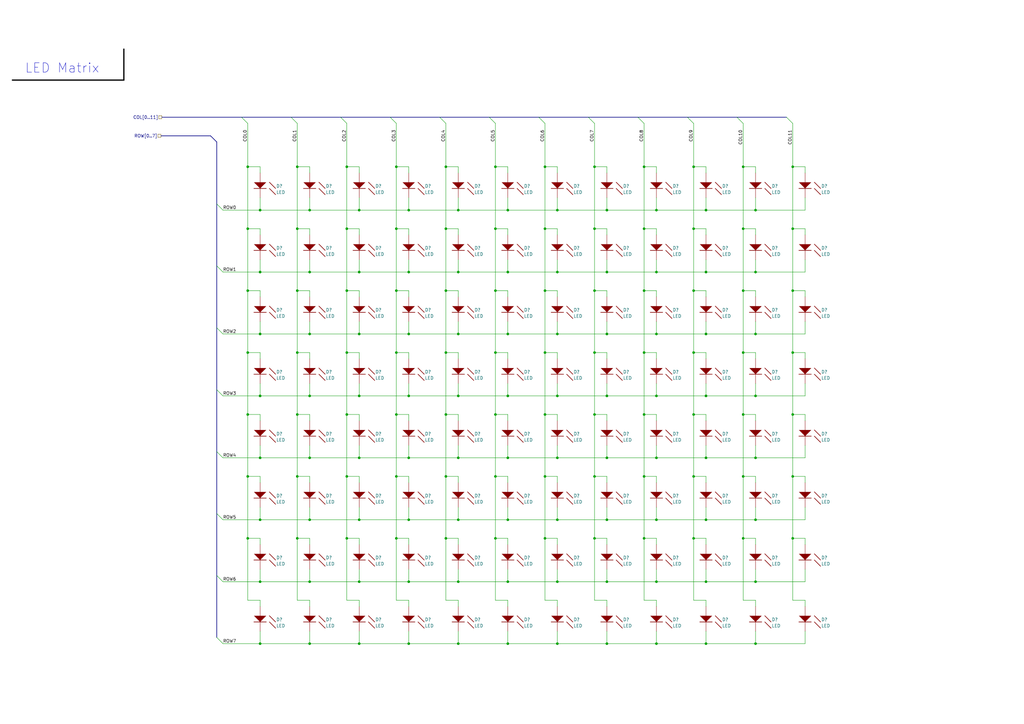
<source format=kicad_sch>
(kicad_sch (version 20231120) (generator "eeschema") (generator_version "8.0")
  (paper "A3")
  (junction (at 304.8 220.8022))
  (junction (at 269.24 86.1822))
  (junction (at 289.56 162.3822))
  (junction (at 248.92 86.1822))
  (junction (at 243.84 170.0022))
  (junction (at 187.96 162.3822))
  (junction (at 248.92 111.5822))
  (junction (at 167.64 213.1822))
  (junction (at 121.92 144.6022))
  (junction (at 182.88 68.4022))
  (junction (at 127 86.1822))
  (junction (at 162.56 220.8022))
  (junction (at 162.56 119.2022))
  (junction (at 162.56 170.0022))
  (junction (at 127 136.9822))
  (junction (at 289.56 86.1822))
  (junction (at 248.92 187.7822))
  (junction (at 127 162.3822))
  (junction (at 167.64 111.5822))
  (junction (at 106.68 136.9822))
  (junction (at 248.92 162.3822))
  (junction (at 289.56 213.1822))
  (junction (at 223.52 144.6022))
  (junction (at 325.12 170.0022))
  (junction (at 228.6 136.9822))
  (junction (at 284.48 93.8022))
  (junction (at 309.88 136.9822))
  (junction (at 182.88 195.4022))
  (junction (at 162.56 68.4022))
  (junction (at 228.6 187.7822))
  (junction (at 304.8 68.4022))
  (junction (at 121.92 195.4022))
  (junction (at 309.88 162.3822))
  (junction (at 243.84 144.6022))
  (junction (at 182.88 144.6022))
  (junction (at 147.32 213.1822))
  (junction (at 269.24 213.1822))
  (junction (at 325.12 93.8022))
  (junction (at 147.32 136.9822))
  (junction (at 127 263.9822))
  (junction (at 106.68 111.5822))
  (junction (at 325.12 68.4022))
  (junction (at 142.24 220.8022))
  (junction (at 101.6 119.2022))
  (junction (at 182.88 170.0022))
  (junction (at 208.28 187.7822))
  (junction (at 121.92 220.8022))
  (junction (at 147.32 238.5822))
  (junction (at 187.96 263.9822))
  (junction (at 228.6 111.5822))
  (junction (at 289.56 263.9822))
  (junction (at 203.2 144.6022))
  (junction (at 264.16 119.2022))
  (junction (at 106.68 187.7822))
  (junction (at 223.52 68.4022))
  (junction (at 101.6 144.6022))
  (junction (at 309.88 187.7822))
  (junction (at 248.92 136.9822))
  (junction (at 121.92 93.8022))
  (junction (at 182.88 119.2022))
  (junction (at 127 111.5822))
  (junction (at 289.56 136.9822))
  (junction (at 187.96 86.1822))
  (junction (at 208.28 263.9822))
  (junction (at 187.96 136.9822))
  (junction (at 248.92 263.9822))
  (junction (at 223.52 195.4022))
  (junction (at 167.64 263.9822))
  (junction (at 142.24 119.2022))
  (junction (at 223.52 119.2022))
  (junction (at 203.2 93.8022))
  (junction (at 182.88 220.8022))
  (junction (at 284.48 195.4022))
  (junction (at 147.32 187.7822))
  (junction (at 187.96 213.1822))
  (junction (at 162.56 93.8022))
  (junction (at 243.84 93.8022))
  (junction (at 101.6 93.8022))
  (junction (at 106.68 162.3822))
  (junction (at 142.24 195.4022))
  (junction (at 121.92 119.2022))
  (junction (at 203.2 220.8022))
  (junction (at 264.16 220.8022))
  (junction (at 309.88 111.5822))
  (junction (at 106.68 238.5822))
  (junction (at 325.12 220.8022))
  (junction (at 167.64 187.7822))
  (junction (at 127 213.1822))
  (junction (at 167.64 136.9822))
  (junction (at 147.32 263.9822))
  (junction (at 228.6 263.9822))
  (junction (at 309.88 238.5822))
  (junction (at 289.56 187.7822))
  (junction (at 243.84 220.8022))
  (junction (at 127 187.7822))
  (junction (at 167.64 86.1822))
  (junction (at 162.56 195.4022))
  (junction (at 264.16 93.8022))
  (junction (at 243.84 68.4022))
  (junction (at 223.52 170.0022))
  (junction (at 142.24 93.8022))
  (junction (at 203.2 170.0022))
  (junction (at 147.32 86.1822))
  (junction (at 325.12 195.4022))
  (junction (at 162.56 144.6022))
  (junction (at 304.8 144.6022))
  (junction (at 264.16 68.4022))
  (junction (at 187.96 187.7822))
  (junction (at 208.28 111.5822))
  (junction (at 284.48 68.4022))
  (junction (at 304.8 93.8022))
  (junction (at 208.28 162.3822))
  (junction (at 223.52 93.8022))
  (junction (at 304.8 195.4022))
  (junction (at 228.6 238.5822))
  (junction (at 203.2 68.4022))
  (junction (at 208.28 238.5822))
  (junction (at 106.68 86.1822))
  (junction (at 182.88 93.8022))
  (junction (at 167.64 238.5822))
  (junction (at 223.52 220.8022))
  (junction (at 208.28 86.1822))
  (junction (at 269.24 162.3822))
  (junction (at 101.6 170.0022))
  (junction (at 248.92 238.5822))
  (junction (at 325.12 144.6022))
  (junction (at 147.32 111.5822))
  (junction (at 289.56 238.5822))
  (junction (at 106.68 263.9822))
  (junction (at 228.6 162.3822))
  (junction (at 284.48 119.2022))
  (junction (at 264.16 195.4022))
  (junction (at 208.28 136.9822))
  (junction (at 264.16 144.6022))
  (junction (at 309.88 263.9822))
  (junction (at 289.56 111.5822))
  (junction (at 269.24 238.5822))
  (junction (at 264.16 170.0022))
  (junction (at 147.32 162.3822))
  (junction (at 309.88 86.1822))
  (junction (at 142.24 144.6022))
  (junction (at 269.24 136.9822))
  (junction (at 167.64 162.3822))
  (junction (at 142.24 68.4022))
  (junction (at 208.28 213.1822))
  (junction (at 228.6 213.1822))
  (junction (at 284.48 144.6022))
  (junction (at 101.6 220.8022))
  (junction (at 284.48 220.8022))
  (junction (at 127 238.5822))
  (junction (at 101.6 68.4022))
  (junction (at 187.96 238.5822))
  (junction (at 121.92 170.0022))
  (junction (at 248.92 213.1822))
  (junction (at 203.2 119.2022))
  (junction (at 121.92 68.4022))
  (junction (at 243.84 119.2022))
  (junction (at 304.8 170.0022))
  (junction (at 284.48 170.0022))
  (junction (at 101.6 195.4022))
  (junction (at 269.24 187.7822))
  (junction (at 269.24 111.5822))
  (junction (at 203.2 195.4022))
  (junction (at 304.8 119.2022))
  (junction (at 269.24 263.9822))
  (junction (at 142.24 170.0022))
  (junction (at 243.84 195.4022))
  (junction (at 228.6 86.1822))
  (junction (at 309.88 213.1822))
  (junction (at 106.68 213.1822))
  (junction (at 187.96 111.5822))
  (junction (at 325.12 119.2022))
  (bus_entry (at 139.7 48.0822) (size 2.54 2.54))
  (bus_entry (at 261.62 48.0822) (size 2.54 2.54))
  (bus_entry (at 322.58 48.0822) (size 2.54 2.54))
  (bus_entry (at 88.9 159.8422) (size 2.54 2.54))
  (bus_entry (at 88.9 134.4422) (size 2.54 2.54))
  (bus_entry (at 281.94 48.0822) (size 2.54 2.54))
  (bus_entry (at 200.66 48.0822) (size 2.54 2.54))
  (bus_entry (at 220.98 48.0822) (size 2.54 2.54))
  (bus_entry (at 88.9 83.6422) (size 2.54 2.54))
  (bus_entry (at 302.26 48.0822) (size 2.54 2.54))
  (bus_entry (at 180.34 48.0822) (size 2.54 2.54))
  (bus_entry (at 160.02 48.0822) (size 2.54 2.54))
  (bus_entry (at 88.9 210.6422) (size 2.54 2.54))
  (bus_entry (at 88.9 261.4422) (size 2.54 2.54))
  (bus_entry (at 241.3 48.0822) (size 2.54 2.54))
  (bus_entry (at 99.06 48.0822) (size 2.54 2.54))
  (bus_entry (at 88.9 109.0422) (size 2.54 2.54))
  (bus_entry (at 88.9 236.0422) (size 2.54 2.54))
  (bus_entry (at 119.38 48.0822) (size 2.54 2.54))
  (bus_entry (at 88.9 185.2422) (size 2.54 2.54))
  (wire (pts (xy 325.12 220.8022) (xy 325.12 246.2022)))
  (wire (pts (xy 162.56 93.8022) (xy 167.64 93.8022)))
  (wire (pts (xy 264.16 144.6022) (xy 264.16 170.0022)))
  (wire (pts (xy 187.96 220.8022) (xy 187.96 223.3422)))
  (wire (pts (xy 289.56 81.1022) (xy 289.56 86.1822)))
  (wire (pts (xy 142.24 170.0022) (xy 142.24 195.4022)))
  (wire (pts (xy 167.64 213.1822) (xy 187.96 213.1822)))
  (wire (pts (xy 101.6 68.4022) (xy 101.6 50.6222)))
  (wire (pts (xy 187.96 213.1822) (xy 208.28 213.1822)))
  (wire (pts (xy 228.6 195.4022) (xy 228.6 197.9422)))
  (wire (pts (xy 284.48 93.8022) (xy 284.48 119.2022)))
  (wire (pts (xy 228.6 187.7822) (xy 248.92 187.7822)))
  (wire (pts (xy 269.24 238.5822) (xy 289.56 238.5822)))
  (wire (pts (xy 182.88 93.8022) (xy 182.88 119.2022)))
  (wire (pts (xy 248.92 111.5822) (xy 269.24 111.5822)))
  (wire (pts (xy 264.16 119.2022) (xy 269.24 119.2022)))
  (wire (pts (xy 269.24 208.1022) (xy 269.24 213.1822)))
  (wire (pts (xy 304.8 170.0022) (xy 304.8 195.4022)))
  (wire (pts (xy 289.56 170.0022) (xy 289.56 172.5422)))
  (wire (pts (xy 208.28 238.5822) (xy 228.6 238.5822)))
  (wire (pts (xy 147.32 195.4022) (xy 147.32 197.9422)))
  (wire (pts (xy 269.24 233.5022) (xy 269.24 238.5822)))
  (wire (pts (xy 264.16 246.2022) (xy 269.24 246.2022)))
  (wire (pts (xy 121.92 246.2022) (xy 127 246.2022)))
  (wire (pts (xy 167.64 258.9022) (xy 167.64 263.9822)))
  (wire (pts (xy 127 70.9422) (xy 127 68.4022)))
  (wire (pts (xy 147.32 131.9022) (xy 147.32 136.9822)))
  (wire (pts (xy 243.84 119.2022) (xy 248.92 119.2022)))
  (wire (pts (xy 142.24 93.8022) (xy 147.32 93.8022)))
  (wire (pts (xy 208.28 70.9422) (xy 208.28 68.4022)))
  (wire (pts (xy 330.2 70.9422) (xy 330.2 68.4022)))
  (wire (pts (xy 187.96 208.1022) (xy 187.96 213.1822)))
  (wire (pts (xy 208.28 258.9022) (xy 208.28 263.9822)))
  (wire (pts (xy 91.44 136.9822) (xy 106.68 136.9822)))
  (wire (pts (xy 243.84 220.8022) (xy 248.92 220.8022)))
  (wire (pts (xy 304.8 195.4022) (xy 309.88 195.4022)))
  (wire (pts (xy 289.56 238.5822) (xy 309.88 238.5822)))
  (wire (pts (xy 325.12 195.4022) (xy 325.12 220.8022)))
  (wire (pts (xy 330.2 220.8022) (xy 330.2 223.3422)))
  (wire (pts (xy 228.6 213.1822) (xy 248.92 213.1822)))
  (wire (pts (xy 187.96 93.8022) (xy 187.96 96.3422)))
  (wire (pts (xy 208.28 162.3822) (xy 228.6 162.3822)))
  (wire (pts (xy 309.88 93.8022) (xy 309.88 96.3422)))
  (wire (pts (xy 289.56 131.9022) (xy 289.56 136.9822)))
  (wire (pts (xy 101.6 170.0022) (xy 106.68 170.0022)))
  (wire (pts (xy 203.2 170.0022) (xy 203.2 195.4022)))
  (wire (pts (xy 325.12 93.8022) (xy 330.2 93.8022)))
  (wire (pts (xy 208.28 195.4022) (xy 208.28 197.9422)))
  (wire (pts (xy 182.88 144.6022) (xy 187.96 144.6022)))
  (wire (pts (xy 330.2 111.5822) (xy 330.2 106.5022)))
  (wire (pts (xy 162.56 68.4022) (xy 162.56 50.6222)))
  (wire (pts (xy 127 106.5022) (xy 127 111.5822)))
  (wire (pts (xy 248.92 208.1022) (xy 248.92 213.1822)))
  (wire (pts (xy 162.56 93.8022) (xy 162.56 119.2022)))
  (wire (pts (xy 304.8 93.8022) (xy 304.8 119.2022)))
  (wire (pts (xy 248.92 258.9022) (xy 248.92 263.9822)))
  (wire (pts (xy 248.92 162.3822) (xy 269.24 162.3822)))
  (wire (pts (xy 203.2 68.4022) (xy 203.2 93.8022)))
  (wire (pts (xy 127 157.3022) (xy 127 162.3822)))
  (wire (pts (xy 330.2 93.8022) (xy 330.2 96.3422)))
  (wire (pts (xy 269.24 131.9022) (xy 269.24 136.9822)))
  (wire (pts (xy 142.24 195.4022) (xy 142.24 220.8022)))
  (wire (pts (xy 121.92 220.8022) (xy 127 220.8022)))
  (wire (pts (xy 162.56 119.2022) (xy 162.56 144.6022)))
  (wire (pts (xy 304.8 220.8022) (xy 304.8 246.2022)))
  (wire (pts (xy 248.92 187.7822) (xy 269.24 187.7822)))
  (wire (pts (xy 289.56 136.9822) (xy 309.88 136.9822)))
  (wire (pts (xy 121.92 119.2022) (xy 121.92 144.6022)))
  (wire (pts (xy 289.56 220.8022) (xy 289.56 223.3422)))
  (wire (pts (xy 248.92 131.9022) (xy 248.92 136.9822)))
  (wire (pts (xy 269.24 213.1822) (xy 289.56 213.1822)))
  (wire (pts (xy 289.56 263.9822) (xy 309.88 263.9822)))
  (wire (pts (xy 269.24 68.4022) (xy 264.16 68.4022)))
  (wire (pts (xy 228.6 170.0022) (xy 228.6 172.5422)))
  (bus (pts (xy 139.7 48.0822) (xy 160.02 48.0822)) (stroke (width 0.254)))
  (wire (pts (xy 248.92 213.1822) (xy 269.24 213.1822)))
  (wire (pts (xy 147.32 157.3022) (xy 147.32 162.3822)))
  (wire (pts (xy 162.56 220.8022) (xy 167.64 220.8022)))
  (wire (pts (xy 142.24 144.6022) (xy 147.32 144.6022)))
  (wire (pts (xy 127 238.5822) (xy 147.32 238.5822)))
  (wire (pts (xy 269.24 187.7822) (xy 289.56 187.7822)))
  (wire (pts (xy 284.48 68.4022) (xy 284.48 93.8022)))
  (wire (pts (xy 208.28 136.9822) (xy 228.6 136.9822)))
  (bus (pts (xy 119.38 48.0822) (xy 139.7 48.0822)) (stroke (width 0.254)))
  (wire (pts (xy 304.8 68.4022) (xy 304.8 93.8022)))
  (wire (pts (xy 228.6 162.3822) (xy 248.92 162.3822)))
  (wire (pts (xy 203.2 144.6022) (xy 203.2 170.0022)))
  (wire (pts (xy 309.88 86.1822) (xy 330.2 86.1822)))
  (wire (pts (xy 289.56 86.1822) (xy 309.88 86.1822)))
  (wire (pts (xy 127 162.3822) (xy 147.32 162.3822)))
  (wire (pts (xy 203.2 119.2022) (xy 208.28 119.2022)))
  (wire (pts (xy 203.2 119.2022) (xy 203.2 144.6022)))
  (wire (pts (xy 325.12 68.4022) (xy 325.12 93.8022)))
  (wire (pts (xy 248.92 263.9822) (xy 269.24 263.9822)))
  (wire (pts (xy 325.12 119.2022) (xy 330.2 119.2022)))
  (wire (pts (xy 167.64 182.7022) (xy 167.64 187.7822)))
  (wire (pts (xy 147.32 238.5822) (xy 167.64 238.5822)))
  (wire (pts (xy 248.92 246.2022) (xy 248.92 248.7422)))
  (wire (pts (xy 182.88 195.4022) (xy 187.96 195.4022)))
  (wire (pts (xy 187.96 182.7022) (xy 187.96 187.7822)))
  (wire (pts (xy 167.64 233.5022) (xy 167.64 238.5822)))
  (wire (pts (xy 127 111.5822) (xy 147.32 111.5822)))
  (wire (pts (xy 182.88 68.4022) (xy 182.88 93.8022)))
  (wire (pts (xy 304.8 93.8022) (xy 309.88 93.8022)))
  (bus (pts (xy 66.04 55.7022) (xy 86.36 55.7022)) (stroke (width 0.254)))
  (wire (pts (xy 167.64 208.1022) (xy 167.64 213.1822)))
  (wire (pts (xy 142.24 93.8022) (xy 142.24 119.2022)))
  (wire (pts (xy 167.64 170.0022) (xy 167.64 172.5422)))
  (wire (pts (xy 208.28 111.5822) (xy 228.6 111.5822)))
  (wire (pts (xy 243.84 68.4022) (xy 243.84 93.8022)))
  (wire (pts (xy 127 131.9022) (xy 127 136.9822)))
  (wire (pts (xy 325.12 170.0022) (xy 325.12 195.4022)))
  (wire (pts (xy 243.84 93.8022) (xy 243.84 119.2022)))
  (wire (pts (xy 121.92 195.4022) (xy 121.92 220.8022)))
  (wire (pts (xy 142.24 119.2022) (xy 142.24 144.6022)))
  (bus (pts (xy 88.9 236.0422) (xy 88.9 261.4422)) (stroke (width 0.254)))
  (wire (pts (xy 142.24 220.8022) (xy 142.24 246.2022)))
  (wire (pts (xy 147.32 170.0022) (xy 147.32 172.5422)))
  (wire (pts (xy 289.56 106.5022) (xy 289.56 111.5822)))
  (wire (pts (xy 127 68.4022) (xy 121.92 68.4022)))
  (wire (pts (xy 269.24 263.9822) (xy 289.56 263.9822)))
  (wire (pts (xy 223.52 144.6022) (xy 228.6 144.6022)))
  (wire (pts (xy 325.12 170.0022) (xy 330.2 170.0022)))
  (wire (pts (xy 208.28 144.6022) (xy 208.28 147.1422)))
  (wire (pts (xy 106.68 93.8022) (xy 106.68 96.3422)))
  (wire (pts (xy 228.6 68.4022) (xy 223.52 68.4022)))
  (wire (pts (xy 121.92 170.0022) (xy 127 170.0022)))
  (wire (pts (xy 228.6 208.1022) (xy 228.6 213.1822)))
  (wire (pts (xy 289.56 233.5022) (xy 289.56 238.5822)))
  (wire (pts (xy 284.48 195.4022) (xy 284.48 220.8022)))
  (wire (pts (xy 264.16 119.2022) (xy 264.16 144.6022)))
  (wire (pts (xy 167.64 144.6022) (xy 167.64 147.1422)))
  (wire (pts (xy 289.56 144.6022) (xy 289.56 147.1422)))
  (wire (pts (xy 167.64 111.5822) (xy 187.96 111.5822)))
  (wire (pts (xy 325.12 68.4022) (xy 325.12 50.6222)))
  (bus (pts (xy 86.36 55.7022) (xy 88.9 58.2422)) (stroke (width 0.254)))
  (wire (pts (xy 248.92 81.1022) (xy 248.92 86.1822)))
  (wire (pts (xy 142.24 246.2022) (xy 147.32 246.2022)))
  (wire (pts (xy 289.56 68.4022) (xy 284.48 68.4022)))
  (wire (pts (xy 248.92 106.5022) (xy 248.92 111.5822)))
  (wire (pts (xy 106.68 131.9022) (xy 106.68 136.9822)))
  (wire (pts (xy 228.6 258.9022) (xy 228.6 263.9822)))
  (wire (pts (xy 325.12 195.4022) (xy 330.2 195.4022)))
  (wire (pts (xy 187.96 157.3022) (xy 187.96 162.3822)))
  (wire (pts (xy 208.28 187.7822) (xy 228.6 187.7822)))
  (wire (pts (xy 284.48 220.8022) (xy 284.48 246.2022)))
  (wire (pts (xy 248.92 182.7022) (xy 248.92 187.7822)))
  (wire (pts (xy 147.32 81.1022) (xy 147.32 86.1822)))
  (wire (pts (xy 106.68 136.9822) (xy 127 136.9822)))
  (wire (pts (xy 248.92 195.4022) (xy 248.92 197.9422)))
  (wire (pts (xy 121.92 144.6022) (xy 121.92 170.0022)))
  (wire (pts (xy 228.6 111.5822) (xy 248.92 111.5822)))
  (wire (pts (xy 228.6 233.5022) (xy 228.6 238.5822)))
  (wire (pts (xy 309.88 233.5022) (xy 309.88 238.5822)))
  (bus (pts (xy 88.9 159.8422) (xy 88.9 185.2422)) (stroke (width 0.254)))
  (wire (pts (xy 187.96 170.0022) (xy 187.96 172.5422)))
  (wire (pts (xy 304.8 144.6022) (xy 309.88 144.6022)))
  (wire (pts (xy 289.56 258.9022) (xy 289.56 263.9822)))
  (wire (pts (xy 147.32 86.1822) (xy 167.64 86.1822)))
  (wire (pts (xy 330.2 263.9822) (xy 330.2 258.9022)))
  (wire (pts (xy 269.24 70.9422) (xy 269.24 68.4022)))
  (wire (pts (xy 208.28 170.0022) (xy 208.28 172.5422)))
  (wire (pts (xy 127 246.2022) (xy 127 248.7422)))
  (wire (pts (xy 187.96 68.4022) (xy 182.88 68.4022)))
  (wire (pts (xy 269.24 106.5022) (xy 269.24 111.5822)))
  (wire (pts (xy 91.44 86.1822) (xy 106.68 86.1822)))
  (wire (pts (xy 101.6 220.8022) (xy 101.6 246.2022)))
  (wire (pts (xy 284.48 144.6022) (xy 289.56 144.6022)))
  (wire (pts (xy 162.56 119.2022) (xy 167.64 119.2022)))
  (wire (pts (xy 330.2 86.1822) (xy 330.2 81.1022)))
  (wire (pts (xy 147.32 119.2022) (xy 147.32 121.7422)))
  (wire (pts (xy 269.24 144.6022) (xy 269.24 147.1422)))
  (wire (pts (xy 101.6 144.6022) (xy 106.68 144.6022)))
  (wire (pts (xy 187.96 144.6022) (xy 187.96 147.1422)))
  (wire (pts (xy 203.2 220.8022) (xy 208.28 220.8022)))
  (wire (pts (xy 243.84 144.6022) (xy 248.92 144.6022)))
  (wire (pts (xy 147.32 258.9022) (xy 147.32 263.9822)))
  (wire (pts (xy 269.24 136.9822) (xy 289.56 136.9822)))
  (wire (pts (xy 284.48 246.2022) (xy 289.56 246.2022)))
  (wire (pts (xy 127 220.8022) (xy 127 223.3422)))
  (wire (pts (xy 309.88 195.4022) (xy 309.88 197.9422)))
  (wire (pts (xy 330.2 144.6022) (xy 330.2 147.1422)))
  (wire (pts (xy 243.84 93.8022) (xy 248.92 93.8022)))
  (wire (pts (xy 264.16 220.8022) (xy 269.24 220.8022)))
  (wire (pts (xy 162.56 68.4022) (xy 162.56 93.8022)))
  (wire (pts (xy 187.96 70.9422) (xy 187.96 68.4022)))
  (wire (pts (xy 223.52 195.4022) (xy 223.52 220.8022)))
  (wire (pts (xy 162.56 220.8022) (xy 162.56 246.2022)))
  (wire (pts (xy 264.16 68.4022) (xy 264.16 93.8022)))
  (wire (pts (xy 162.56 195.4022) (xy 162.56 220.8022)))
  (wire (pts (xy 162.56 246.2022) (xy 167.64 246.2022)))
  (wire (pts (xy 284.48 170.0022) (xy 289.56 170.0022)))
  (wire (pts (xy 203.2 68.4022) (xy 203.2 50.6222)))
  (wire (pts (xy 304.8 119.2022) (xy 304.8 144.6022)))
  (wire (pts (xy 101.6 170.0022) (xy 101.6 195.4022)))
  (wire (pts (xy 127 93.8022) (xy 127 96.3422)))
  (wire (pts (xy 187.96 258.9022) (xy 187.96 263.9822)))
  (wire (pts (xy 330.2 246.2022) (xy 330.2 248.7422)))
  (wire (pts (xy 203.2 144.6022) (xy 208.28 144.6022)))
  (wire (pts (xy 121.92 119.2022) (xy 127 119.2022)))
  (wire (pts (xy 228.6 157.3022) (xy 228.6 162.3822)))
  (wire (pts (xy 187.96 238.5822) (xy 208.28 238.5822)))
  (wire (pts (xy 101.6 195.4022) (xy 106.68 195.4022)))
  (wire (pts (xy 330.2 170.0022) (xy 330.2 172.5422)))
  (wire (pts (xy 147.32 208.1022) (xy 147.32 213.1822)))
  (wire (pts (xy 162.56 170.0022) (xy 162.56 195.4022)))
  (wire (pts (xy 203.2 93.8022) (xy 208.28 93.8022)))
  (wire (pts (xy 142.24 119.2022) (xy 147.32 119.2022)))
  (wire (pts (xy 208.28 263.9822) (xy 228.6 263.9822)))
  (wire (pts (xy 264.16 170.0022) (xy 264.16 195.4022)))
  (wire (pts (xy 147.32 111.5822) (xy 167.64 111.5822)))
  (wire (pts (xy 167.64 157.3022) (xy 167.64 162.3822)))
  (wire (pts (xy 309.88 238.5822) (xy 330.2 238.5822)))
  (wire (pts (xy 264.16 144.6022) (xy 269.24 144.6022)))
  (wire (pts (xy 330.2 119.2022) (xy 330.2 121.7422)))
  (wire (pts (xy 269.24 258.9022) (xy 269.24 263.9822)))
  (wire (pts (xy 248.92 233.5022) (xy 248.92 238.5822)))
  (wire (pts (xy 147.32 213.1822) (xy 167.64 213.1822)))
  (wire (pts (xy 127 208.1022) (xy 127 213.1822)))
  (wire (pts (xy 121.92 68.4022) (xy 121.92 50.6222)))
  (wire (pts (xy 142.24 220.8022) (xy 147.32 220.8022)))
  (wire (pts (xy 289.56 213.1822) (xy 309.88 213.1822)))
  (wire (pts (xy 243.84 246.2022) (xy 248.92 246.2022)))
  (wire (pts (xy 269.24 195.4022) (xy 269.24 197.9422)))
  (wire (pts (xy 264.16 220.8022) (xy 264.16 246.2022)))
  (wire (pts (xy 203.2 195.4022) (xy 203.2 220.8022)))
  (wire (pts (xy 325.12 93.8022) (xy 325.12 119.2022)))
  (wire (pts (xy 127 187.7822) (xy 147.32 187.7822)))
  (wire (pts (xy 309.88 208.1022) (xy 309.88 213.1822)))
  (wire (pts (xy 208.28 119.2022) (xy 208.28 121.7422)))
  (wire (pts (xy 147.32 93.8022) (xy 147.32 96.3422)))
  (wire (pts (xy 208.28 68.4022) (xy 203.2 68.4022)))
  (wire (pts (xy 147.32 233.5022) (xy 147.32 238.5822)))
  (wire (pts (xy 167.64 68.4022) (xy 162.56 68.4022)))
  (wire (pts (xy 228.6 144.6022) (xy 228.6 147.1422)))
  (wire (pts (xy 289.56 195.4022) (xy 289.56 197.9422)))
  (wire (pts (xy 187.96 86.1822) (xy 208.28 86.1822)))
  (wire (pts (xy 228.6 263.9822) (xy 248.92 263.9822)))
  (wire (pts (xy 269.24 93.8022) (xy 269.24 96.3422)))
  (wire (pts (xy 101.6 119.2022) (xy 106.68 119.2022)))
  (wire (pts (xy 203.2 93.8022) (xy 203.2 119.2022)))
  (wire (pts (xy 243.84 195.4022) (xy 243.84 220.8022)))
  (wire (pts (xy 101.6 119.2022) (xy 101.6 144.6022)))
  (wire (pts (xy 208.28 157.3022) (xy 208.28 162.3822)))
  (wire (pts (xy 106.68 106.5022) (xy 106.68 111.5822)))
  (wire (pts (xy 167.64 86.1822) (xy 187.96 86.1822)))
  (wire (pts (xy 304.8 195.4022) (xy 304.8 220.8022)))
  (wire (pts (xy 208.28 86.1822) (xy 228.6 86.1822)))
  (wire (pts (xy 223.52 246.2022) (xy 228.6 246.2022)))
  (wire (pts (xy 223.52 220.8022) (xy 228.6 220.8022)))
  (wire (pts (xy 106.68 68.4022) (xy 101.6 68.4022)))
  (wire (pts (xy 182.88 170.0022) (xy 182.88 195.4022)))
  (wire (pts (xy 228.6 182.7022) (xy 228.6 187.7822)))
  (wire (pts (xy 309.88 70.9422) (xy 309.88 68.4022)))
  (wire (pts (xy 223.52 170.0022) (xy 223.52 195.4022)))
  (wire (pts (xy 289.56 187.7822) (xy 309.88 187.7822)))
  (wire (pts (xy 208.28 220.8022) (xy 208.28 223.3422)))
  (wire (pts (xy 304.8 68.4022) (xy 304.8 50.6222)))
  (wire (pts (xy 187.96 111.5822) (xy 208.28 111.5822)))
  (bus (pts (xy 302.26 48.0822) (xy 322.58 48.0822)) (stroke (width 0.254)))
  (wire (pts (xy 248.92 157.3022) (xy 248.92 162.3822)))
  (wire (pts (xy 243.84 68.4022) (xy 243.84 50.6222)))
  (wire (pts (xy 248.92 170.0022) (xy 248.92 172.5422)))
  (wire (pts (xy 309.88 220.8022) (xy 309.88 223.3422)))
  (polyline (pts (xy 50.8 32.8422) (xy 50.8 20.1422)) (stroke (width 0.508) (type solid) (color 0 0 0 1)))
  (wire (pts (xy 121.92 195.4022) (xy 127 195.4022)))
  (wire (pts (xy 106.68 213.1822) (xy 127 213.1822)))
  (wire (pts (xy 248.92 93.8022) (xy 248.92 96.3422)))
  (wire (pts (xy 187.96 136.9822) (xy 208.28 136.9822)))
  (bus (pts (xy 160.02 48.0822) (xy 180.34 48.0822)) (stroke (width 0.254)))
  (wire (pts (xy 289.56 162.3822) (xy 309.88 162.3822)))
  (wire (pts (xy 284.48 119.2022) (xy 284.48 144.6022)))
  (wire (pts (xy 167.64 136.9822) (xy 187.96 136.9822)))
  (wire (pts (xy 147.32 263.9822) (xy 167.64 263.9822)))
  (wire (pts (xy 121.92 170.0022) (xy 121.92 195.4022)))
  (bus (pts (xy 88.9 210.6422) (xy 88.9 236.0422)) (stroke (width 0.254)))
  (wire (pts (xy 228.6 246.2022) (xy 228.6 248.7422)))
  (wire (pts (xy 106.68 162.3822) (xy 127 162.3822)))
  (wire (pts (xy 142.24 68.4022) (xy 142.24 93.8022)))
  (wire (pts (xy 330.2 238.5822) (xy 330.2 233.5022)))
  (wire (pts (xy 269.24 157.3022) (xy 269.24 162.3822)))
  (wire (pts (xy 264.16 195.4022) (xy 269.24 195.4022)))
  (wire (pts (xy 106.68 195.4022) (xy 106.68 197.9422)))
  (wire (pts (xy 309.88 106.5022) (xy 309.88 111.5822)))
  (wire (pts (xy 330.2 195.4022) (xy 330.2 197.9422)))
  (wire (pts (xy 208.28 213.1822) (xy 228.6 213.1822)))
  (wire (pts (xy 167.64 70.9422) (xy 167.64 68.4022)))
  (wire (pts (xy 330.2 213.1822) (xy 330.2 208.1022)))
  (wire (pts (xy 228.6 70.9422) (xy 228.6 68.4022)))
  (wire (pts (xy 269.24 220.8022) (xy 269.24 223.3422)))
  (wire (pts (xy 243.84 119.2022) (xy 243.84 144.6022)))
  (wire (pts (xy 101.6 93.8022) (xy 101.6 119.2022)))
  (bus (pts (xy 88.9 83.6422) (xy 88.9 109.0422)) (stroke (width 0.254)))
  (wire (pts (xy 248.92 86.1822) (xy 269.24 86.1822)))
  (wire (pts (xy 121.92 144.6022) (xy 127 144.6022)))
  (wire (pts (xy 167.64 263.9822) (xy 187.96 263.9822)))
  (bus (pts (xy 220.98 48.0822) (xy 241.3 48.0822)) (stroke (width 0.254)))
  (wire (pts (xy 228.6 136.9822) (xy 248.92 136.9822)))
  (wire (pts (xy 223.52 195.4022) (xy 228.6 195.4022)))
  (wire (pts (xy 228.6 81.1022) (xy 228.6 86.1822)))
  (wire (pts (xy 147.32 187.7822) (xy 167.64 187.7822)))
  (wire (pts (xy 162.56 195.4022) (xy 167.64 195.4022)))
  (wire (pts (xy 127 86.1822) (xy 147.32 86.1822)))
  (wire (pts (xy 101.6 93.8022) (xy 106.68 93.8022)))
  (wire (pts (xy 264.16 93.8022) (xy 269.24 93.8022)))
  (wire (pts (xy 223.52 144.6022) (xy 223.52 170.0022)))
  (wire (pts (xy 101.6 68.4022) (xy 101.6 93.8022)))
  (wire (pts (xy 101.6 195.4022) (xy 101.6 220.8022)))
  (wire (pts (xy 309.88 170.0022) (xy 309.88 172.5422)))
  (wire (pts (xy 121.92 220.8022) (xy 121.92 246.2022)))
  (wire (pts (xy 248.92 136.9822) (xy 269.24 136.9822)))
  (wire (pts (xy 167.64 220.8022) (xy 167.64 223.3422)))
  (wire (pts (xy 289.56 111.5822) (xy 309.88 111.5822)))
  (wire (pts (xy 127 81.1022) (xy 127 86.1822)))
  (wire (pts (xy 106.68 246.2022) (xy 106.68 248.7422)))
  (wire (pts (xy 106.68 258.9022) (xy 106.68 263.9822)))
  (wire (pts (xy 162.56 170.0022) (xy 167.64 170.0022)))
  (wire (pts (xy 269.24 111.5822) (xy 289.56 111.5822)))
  (wire (pts (xy 106.68 157.3022) (xy 106.68 162.3822)))
  (wire (pts (xy 309.88 157.3022) (xy 309.88 162.3822)))
  (bus (pts (xy 180.34 48.0822) (xy 200.66 48.0822)) (stroke (width 0.254)))
  (wire (pts (xy 167.64 238.5822) (xy 187.96 238.5822)))
  (wire (pts (xy 248.92 238.5822) (xy 269.24 238.5822)))
  (wire (pts (xy 167.64 106.5022) (xy 167.64 111.5822)))
  (wire (pts (xy 127 144.6022) (xy 127 147.1422)))
  (wire (pts (xy 325.12 246.2022) (xy 330.2 246.2022)))
  (wire (pts (xy 147.32 144.6022) (xy 147.32 147.1422)))
  (wire (pts (xy 228.6 238.5822) (xy 248.92 238.5822)))
  (bus (pts (xy 88.9 109.0422) (xy 88.9 134.4422)) (stroke (width 0.254)))
  (wire (pts (xy 167.64 246.2022) (xy 167.64 248.7422)))
  (wire (pts (xy 208.28 233.5022) (xy 208.28 238.5822)))
  (wire (pts (xy 182.88 119.2022) (xy 187.96 119.2022)))
  (wire (pts (xy 101.6 246.2022) (xy 106.68 246.2022)))
  (wire (pts (xy 91.44 263.9822) (xy 106.68 263.9822)))
  (wire (pts (xy 147.32 106.5022) (xy 147.32 111.5822)))
  (wire (pts (xy 223.52 93.8022) (xy 228.6 93.8022)))
  (wire (pts (xy 187.96 81.1022) (xy 187.96 86.1822)))
  (wire (pts (xy 106.68 86.1822) (xy 127 86.1822)))
  (wire (pts (xy 330.2 187.7822) (xy 330.2 182.7022)))
  (wire (pts (xy 106.68 187.7822) (xy 127 187.7822)))
  (wire (pts (xy 106.68 81.1022) (xy 106.68 86.1822)))
  (wire (pts (xy 187.96 263.9822) (xy 208.28 263.9822)))
  (wire (pts (xy 264.16 195.4022) (xy 264.16 220.8022)))
  (wire (pts (xy 304.8 220.8022) (xy 309.88 220.8022)))
  (wire (pts (xy 147.32 246.2022) (xy 147.32 248.7422)))
  (wire (pts (xy 330.2 68.4022) (xy 325.12 68.4022)))
  (wire (pts (xy 147.32 220.8022) (xy 147.32 223.3422)))
  (wire (pts (xy 127 182.7022) (xy 127 187.7822)))
  (wire (pts (xy 208.28 106.5022) (xy 208.28 111.5822)))
  (wire (pts (xy 101.6 220.8022) (xy 106.68 220.8022)))
  (wire (pts (xy 223.52 119.2022) (xy 223.52 144.6022)))
  (wire (pts (xy 167.64 195.4022) (xy 167.64 197.9422)))
  (wire (pts (xy 187.96 106.5022) (xy 187.96 111.5822)))
  (wire (pts (xy 330.2 136.9822) (xy 330.2 131.9022)))
  (wire (pts (xy 264.16 93.8022) (xy 264.16 119.2022)))
  (bus (pts (xy 88.9 185.2422) (xy 88.9 210.6422)) (stroke (width 0.254)))
  (wire (pts (xy 121.92 93.8022) (xy 127 93.8022)))
  (wire (pts (xy 106.68 182.7022) (xy 106.68 187.7822)))
  (wire (pts (xy 91.44 187.7822) (xy 106.68 187.7822)))
  (bus (pts (xy 88.9 58.2422) (xy 88.9 83.6422)) (stroke (width 0.254)))
  (bus (pts (xy 281.94 48.0822) (xy 302.26 48.0822)) (stroke (width 0.254)))
  (wire (pts (xy 106.68 233.5022) (xy 106.68 238.5822)))
  (wire (pts (xy 304.8 144.6022) (xy 304.8 170.0022)))
  (wire (pts (xy 147.32 162.3822) (xy 167.64 162.3822)))
  (bus (pts (xy 88.9 134.4422) (xy 88.9 159.8422)) (stroke (width 0.254)))
  (wire (pts (xy 264.16 170.0022) (xy 269.24 170.0022)))
  (wire (pts (xy 243.84 170.0022) (xy 243.84 195.4022)))
  (wire (pts (xy 309.88 258.9022) (xy 309.88 263.9822)))
  (wire (pts (xy 203.2 170.0022) (xy 208.28 170.0022)))
  (wire (pts (xy 91.44 111.5822) (xy 106.68 111.5822)))
  (wire (pts (xy 106.68 170.0022) (xy 106.68 172.5422)))
  (wire (pts (xy 309.88 144.6022) (xy 309.88 147.1422)))
  (wire (pts (xy 147.32 182.7022) (xy 147.32 187.7822)))
  (wire (pts (xy 309.88 182.7022) (xy 309.88 187.7822)))
  (wire (pts (xy 106.68 238.5822) (xy 127 238.5822)))
  (wire (pts (xy 106.68 70.9422) (xy 106.68 68.4022)))
  (wire (pts (xy 127 263.9822) (xy 147.32 263.9822)))
  (wire (pts (xy 289.56 208.1022) (xy 289.56 213.1822)))
  (wire (pts (xy 228.6 119.2022) (xy 228.6 121.7422)))
  (wire (pts (xy 127 195.4022) (xy 127 197.9422)))
  (wire (pts (xy 264.16 68.4022) (xy 264.16 50.6222)))
  (wire (pts (xy 243.84 144.6022) (xy 243.84 170.0022)))
  (wire (pts (xy 162.56 144.6022) (xy 162.56 170.0022)))
  (wire (pts (xy 284.48 93.8022) (xy 289.56 93.8022)))
  (wire (pts (xy 223.52 119.2022) (xy 228.6 119.2022)))
  (bus (pts (xy 66.395 48.0822) (xy 99.06 48.0822)) (stroke (width 0.254)))
  (wire (pts (xy 167.64 119.2022) (xy 167.64 121.7422)))
  (wire (pts (xy 182.88 119.2022) (xy 182.88 144.6022)))
  (wire (pts (xy 127 136.9822) (xy 147.32 136.9822)))
  (wire (pts (xy 187.96 187.7822) (xy 208.28 187.7822)))
  (wire (pts (xy 208.28 246.2022) (xy 208.28 248.7422)))
  (wire (pts (xy 167.64 187.7822) (xy 187.96 187.7822)))
  (wire (pts (xy 182.88 220.8022) (xy 187.96 220.8022)))
  (wire (pts (xy 309.88 131.9022) (xy 309.88 136.9822)))
  (wire (pts (xy 182.88 246.2022) (xy 187.96 246.2022)))
  (wire (pts (xy 208.28 182.7022) (xy 208.28 187.7822)))
  (wire (pts (xy 142.24 68.4022) (xy 142.24 50.6222)))
  (wire (pts (xy 243.84 220.8022) (xy 243.84 246.2022)))
  (wire (pts (xy 187.96 233.5022) (xy 187.96 238.5822)))
  (wire (pts (xy 101.6 144.6022) (xy 101.6 170.0022)))
  (wire (pts (xy 182.88 195.4022) (xy 182.88 220.8022)))
  (wire (pts (xy 223.52 170.0022) (xy 228.6 170.0022)))
  (wire (pts (xy 284.48 68.4022) (xy 284.48 50.6222)))
  (wire (pts (xy 106.68 263.9822) (xy 127 263.9822)))
  (wire (pts (xy 289.56 119.2022) (xy 289.56 121.7422)))
  (wire (pts (xy 167.64 131.9022) (xy 167.64 136.9822)))
  (bus (pts (xy 99.06 48.0822) (xy 119.38 48.0822)) (stroke (width 0.254)))
  (wire (pts (xy 91.44 213.1822) (xy 106.68 213.1822)))
  (wire (pts (xy 121.92 68.4022) (xy 121.92 93.8022)))
  (wire (pts (xy 187.96 162.3822) (xy 208.28 162.3822)))
  (wire (pts (xy 269.24 86.1822) (xy 289.56 86.1822)))
  (wire (pts (xy 142.24 144.6022) (xy 142.24 170.0022)))
  (wire (pts (xy 187.96 119.2022) (xy 187.96 121.7422)))
  (wire (pts (xy 182.88 220.8022) (xy 182.88 246.2022)))
  (wire (pts (xy 127 233.5022) (xy 127 238.5822)))
  (wire (pts (xy 289.56 93.8022) (xy 289.56 96.3422)))
  (wire (pts (xy 127 119.2022) (xy 127 121.7422)))
  (wire (pts (xy 208.28 208.1022) (xy 208.28 213.1822)))
  (wire (pts (xy 106.68 111.5822) (xy 127 111.5822)))
  (bus (pts (xy 241.3 48.0822) (xy 261.62 48.0822)) (stroke (width 0.254)))
  (wire (pts (xy 289.56 157.3022) (xy 289.56 162.3822)))
  (wire (pts (xy 243.84 170.0022) (xy 248.92 170.0022)))
  (wire (pts (xy 325.12 144.6022) (xy 325.12 170.0022)))
  (wire (pts (xy 223.52 220.8022) (xy 223.52 246.2022)))
  (wire (pts (xy 223.52 68.4022) (xy 223.52 93.8022)))
  (wire (pts (xy 269.24 170.0022) (xy 269.24 172.5422)))
  (wire (pts (xy 223.52 93.8022) (xy 223.52 119.2022)))
  (wire (pts (xy 304.8 119.2022) (xy 309.88 119.2022)))
  (polyline (pts (xy 5.08 32.8422) (xy 50.8 32.8422)) (stroke (width 0.508) (type solid) (color 0 0 0 1)))
  (wire (pts (xy 127 258.9022) (xy 127 263.9822)))
  (wire (pts (xy 187.96 131.9022) (xy 187.96 136.9822)))
  (wire (pts (xy 309.88 246.2022) (xy 309.88 248.7422)))
  (wire (pts (xy 248.92 144.6022) (xy 248.92 147.1422)))
  (wire (pts (xy 309.88 136.9822) (xy 330.2 136.9822)))
  (wire (pts (xy 187.96 195.4022) (xy 187.96 197.9422)))
  (wire (pts (xy 106.68 119.2022) (xy 106.68 121.7422)))
  (wire (pts (xy 182.88 144.6022) (xy 182.88 170.0022)))
  (wire (pts (xy 106.68 144.6022) (xy 106.68 147.1422)))
  (wire (pts (xy 269.24 246.2022) (xy 269.24 248.7422)))
  (wire (pts (xy 167.64 93.8022) (xy 167.64 96.3422)))
  (wire (pts (xy 284.48 195.4022) (xy 289.56 195.4022)))
  (wire (pts (xy 309.88 187.7822) (xy 330.2 187.7822)))
  (wire (pts (xy 289.56 182.7022) (xy 289.56 187.7822)))
  (wire (pts (xy 228.6 220.8022) (xy 228.6 223.3422)))
  (wire (pts (xy 91.44 162.3822) (xy 106.68 162.3822)))
  (wire (pts (xy 208.28 93.8022) (xy 208.28 96.3422)))
  (wire (pts (xy 228.6 106.5022) (xy 228.6 111.5822)))
  (wire (pts (xy 309.88 68.4022) (xy 304.8 68.4022)))
  (bus (pts (xy 261.62 48.0822) (xy 281.94 48.0822)) (stroke (width 0.254)))
  (wire (pts (xy 309.88 111.5822) (xy 330.2 111.5822)))
  (wire (pts (xy 106.68 208.1022) (xy 106.68 213.1822)))
  (wire (pts (xy 167.64 162.3822) (xy 187.96 162.3822)))
  (wire (pts (xy 208.28 131.9022) (xy 208.28 136.9822)))
  (wire (pts (xy 106.68 220.8022) (xy 106.68 223.3422)))
  (wire (pts (xy 309.88 263.9822) (xy 330.2 263.9822)))
  (wire (pts (xy 284.48 170.0022) (xy 284.48 195.4022)))
  (bus (pts (xy 200.66 48.0822) (xy 220.98 48.0822)) (stroke (width 0.254)))
  (wire (pts (xy 167.64 81.1022) (xy 167.64 86.1822)))
  (wire (pts (xy 182.88 68.4022) (xy 182.88 50.6222)))
  (wire (pts (xy 269.24 182.7022) (xy 269.24 187.7822)))
  (wire (pts (xy 284.48 144.6022) (xy 284.48 170.0022)))
  (wire (pts (xy 228.6 93.8022) (xy 228.6 96.3422)))
  (wire (pts (xy 91.44 238.5822) (xy 106.68 238.5822)))
  (wire (pts (xy 269.24 81.1022) (xy 269.24 86.1822)))
  (wire (pts (xy 147.32 70.9422) (xy 147.32 68.4022)))
  (wire (pts (xy 147.32 136.9822) (xy 167.64 136.9822)))
  (wire (pts (xy 248.92 119.2022) (xy 248.92 121.7422)))
  (wire (pts (xy 269.24 119.2022) (xy 269.24 121.7422)))
  (wire (pts (xy 187.96 246.2022) (xy 187.96 248.7422)))
  (wire (pts (xy 228.6 131.9022) (xy 228.6 136.9822)))
  (wire (pts (xy 142.24 170.0022) (xy 147.32 170.0022)))
  (wire (pts (xy 223.52 68.4022) (xy 223.52 50.6222)))
  (wire (pts (xy 309.88 213.1822) (xy 330.2 213.1822)))
  (wire (pts (xy 162.56 144.6022) (xy 167.64 144.6022)))
  (wire (pts (xy 127 170.0022) (xy 127 172.5422)))
  (wire (pts (xy 208.28 81.1022) (xy 208.28 86.1822)))
  (wire (pts (xy 248.92 68.4022) (xy 243.84 68.4022)))
  (wire (pts (xy 309.88 81.1022) (xy 309.88 86.1822)))
  (wire (pts (xy 284.48 119.2022) (xy 289.56 119.2022)))
  (wire (pts (xy 284.48 220.8022) (xy 289.56 220.8022)))
  (wire (pts (xy 127 213.1822) (xy 147.32 213.1822)))
  (wire (pts (xy 243.84 195.4022) (xy 248.92 195.4022)))
  (wire (pts (xy 203.2 246.2022) (xy 208.28 246.2022)))
  (wire (pts (xy 228.6 86.1822) (xy 248.92 86.1822)))
  (wire (pts (xy 248.92 220.8022) (xy 248.92 223.3422)))
  (wire (pts (xy 203.2 195.4022) (xy 208.28 195.4022)))
  (wire (pts (xy 121.92 93.8022) (xy 121.92 119.2022)))
  (wire (pts (xy 304.8 246.2022) (xy 309.88 246.2022)))
  (wire (pts (xy 147.32 68.4022) (xy 142.24 68.4022)))
  (wire (pts (xy 325.12 220.8022) (xy 330.2 220.8022)))
  (wire (pts (xy 182.88 170.0022) (xy 187.96 170.0022)))
  (wire (pts (xy 325.12 144.6022) (xy 330.2 144.6022)))
  (wire (pts (xy 248.92 70.9422) (xy 248.92 68.4022)))
  (wire (pts (xy 325.12 119.2022) (xy 325.12 144.6022)))
  (wire (pts (xy 289.56 246.2022) (xy 289.56 248.7422)))
  (wire (pts (xy 269.24 162.3822) (xy 289.56 162.3822)))
  (wire (pts (xy 289.56 70.9422) (xy 289.56 68.4022)))
  (wire (pts (xy 309.88 162.3822) (xy 330.2 162.3822)))
  (wire (pts (xy 142.24 195.4022) (xy 147.32 195.4022)))
  (wire (pts (xy 304.8 170.0022) (xy 309.88 170.0022)))
  (wire (pts (xy 203.2 220.8022) (xy 203.2 246.2022)))
  (wire (pts (xy 330.2 162.3822) (xy 330.2 157.3022)))
  (wire (pts (xy 182.88 93.8022) (xy 187.96 93.8022)))
  (wire (pts (xy 309.88 119.2022) (xy 309.88 121.7422)))
  (text "LED Matrix" (at 10.16 30.3022 0) (effects (font (size 3.81 3.81)) (justify left bottom)))
  (label "COL4" (at 182.88 53.1622 270))
  (label "ROW0" (at 91.44 86.1822 0))
  (label "ROW7" (at 91.44 263.9822 0))
  (label "ROW5" (at 91.44 213.1822 0))
  (label "COL1" (at 121.92 53.1622 270))
  (label "COL11" (at 325.12 53.1622 270))
  (label "ROW3" (at 91.44 162.3822 0))
  (label "COL3" (at 162.56 53.1622 270))
  (label "ROW1" (at 91.44 111.5822 0))
  (label "COL7" (at 243.84 53.1622 270))
  (label "ROW6" (at 91.44 238.5822 0))
  (label "ROW2" (at 91.44 136.9822 0))
  (label "COL8" (at 264.16 53.1622 270))
  (label "COL0" (at 101.6 53.1622 270))
  (label "COL2" (at 142.24 53.1622 270))
  (label "COL6" (at 223.52 53.1622 270))
  (label "ROW4" (at 91.44 187.7822 0))
  (label "COL5" (at 203.2 53.1622 270))
  (label "COL10" (at 304.8 53.1622 270))
  (label "COL9" (at 284.48 53.1622 270))
  (hierarchical_label "COL[0..11]" (shape passive) (at 66.395 48.0822 180))
  (hierarchical_label "ROW[0..7]" (shape passive) (at 66.04 55.7022 180))
  (symbol (lib_id "ESP32_LED_Matrix_Hierarchal-altium-import:Designator_2_LED") (at 269.24 131.9022 0) (unit 1)
    (property "Reference" "D?" (at 275.844 127.8382 0) (effects (justify left bottom)))
    (property "Value" "LED" (at 275.844 130.3782 0) (effects (justify left bottom)))
    (property "Footprint" "LEDM2012X80N" (effects (hide yes)))
    (property "Description" "General Purpose LED" (effects (hide yes)))
    (property "COMPONENTLINK1DESCRIPTION" "Datasheet" (effects (hide yes)))
    (property "COMPONENTLINK1URL" "https://www.smc-diodes.com/propdf/1N4148W%20N0571%20REV.E.pdf" (effects (hide yes)))
  )
  (symbol (lib_id "ESP32_LED_Matrix_Hierarchal-altium-import:Designator_2_LED") (at 167.64 157.3022 0) (unit 1)
    (property "Reference" "D?" (at 174.244 153.2382 0) (effects (justify left bottom)))
    (property "Value" "LED" (at 174.244 155.7782 0) (effects (justify left bottom)))
    (property "Footprint" "LEDM2012X80N" (effects (hide yes)))
    (property "Description" "General Purpose LED" (effects (hide yes)))
    (property "COMPONENTLINK1DESCRIPTION" "Datasheet" (effects (hide yes)))
    (property "COMPONENTLINK1URL" "https://www.smc-diodes.com/propdf/1N4148W%20N0571%20REV.E.pdf" (effects (hide yes)))
  )
  (symbol (lib_id "ESP32_LED_Matrix_Hierarchal-altium-import:Designator_2_LED") (at 127 81.1022 0) (unit 1)
    (property "Reference" "D?" (at 133.604 77.0382 0) (effects (justify left bottom)))
    (property "Value" "LED" (at 133.604 79.5782 0) (effects (justify left bottom)))
    (property "Footprint" "LEDM2012X80N" (effects (hide yes)))
    (property "Description" "General Purpose LED" (effects (hide yes)))
    (property "COMPONENTLINK1DESCRIPTION" "Datasheet" (effects (hide yes)))
    (property "COMPONENTLINK1URL" "https://www.smc-diodes.com/propdf/1N4148W%20N0571%20REV.E.pdf" (effects (hide yes)))
  )
  (symbol (lib_id "ESP32_LED_Matrix_Hierarchal-altium-import:Designator_2_LED") (at 269.24 233.5022 0) (unit 1)
    (property "Reference" "D?" (at 275.844 229.4382 0) (effects (justify left bottom)))
    (property "Value" "LED" (at 275.844 231.9782 0) (effects (justify left bottom)))
    (property "Footprint" "LEDM2012X80N" (effects (hide yes)))
    (property "Description" "General Purpose LED" (effects (hide yes)))
    (property "COMPONENTLINK1DESCRIPTION" "Datasheet" (effects (hide yes)))
    (property "COMPONENTLINK1URL" "https://www.smc-diodes.com/propdf/1N4148W%20N0571%20REV.E.pdf" (effects (hide yes)))
  )
  (symbol (lib_id "ESP32_LED_Matrix_Hierarchal-altium-import:Designator_2_LED") (at 147.32 81.1022 0) (unit 1)
    (property "Reference" "D?" (at 153.924 77.0382 0) (effects (justify left bottom)))
    (property "Value" "LED" (at 153.924 79.5782 0) (effects (justify left bottom)))
    (property "Footprint" "LEDM2012X80N" (effects (hide yes)))
    (property "Description" "General Purpose LED" (effects (hide yes)))
    (property "COMPONENTLINK1DESCRIPTION" "Datasheet" (effects (hide yes)))
    (property "COMPONENTLINK1URL" "https://www.smc-diodes.com/propdf/1N4148W%20N0571%20REV.E.pdf" (effects (hide yes)))
  )
  (symbol (lib_id "ESP32_LED_Matrix_Hierarchal-altium-import:Designator_2_LED") (at 147.32 208.1022 0) (unit 1)
    (property "Reference" "D?" (at 153.924 204.0382 0) (effects (justify left bottom)))
    (property "Value" "LED" (at 153.924 206.5782 0) (effects (justify left bottom)))
    (property "Footprint" "LEDM2012X80N" (effects (hide yes)))
    (property "Description" "General Purpose LED" (effects (hide yes)))
    (property "COMPONENTLINK1DESCRIPTION" "Datasheet" (effects (hide yes)))
    (property "COMPONENTLINK1URL" "https://www.smc-diodes.com/propdf/1N4148W%20N0571%20REV.E.pdf" (effects (hide yes)))
  )
  (symbol (lib_id "ESP32_LED_Matrix_Hierarchal-altium-import:Designator_2_LED") (at 309.88 182.7022 0) (unit 1)
    (property "Reference" "D?" (at 316.484 178.6382 0) (effects (justify left bottom)))
    (property "Value" "LED" (at 316.484 181.1782 0) (effects (justify left bottom)))
    (property "Footprint" "LEDM2012X80N" (effects (hide yes)))
    (property "Description" "General Purpose LED" (effects (hide yes)))
    (property "COMPONENTLINK1DESCRIPTION" "Datasheet" (effects (hide yes)))
    (property "COMPONENTLINK1URL" "https://www.smc-diodes.com/propdf/1N4148W%20N0571%20REV.E.pdf" (effects (hide yes)))
  )
  (symbol (lib_id "ESP32_LED_Matrix_Hierarchal-altium-import:Designator_2_LED") (at 167.64 131.9022 0) (unit 1)
    (property "Reference" "D?" (at 174.244 127.8382 0) (effects (justify left bottom)))
    (property "Value" "LED" (at 174.244 130.3782 0) (effects (justify left bottom)))
    (property "Footprint" "LEDM2012X80N" (effects (hide yes)))
    (property "Description" "General Purpose LED" (effects (hide yes)))
    (property "COMPONENTLINK1DESCRIPTION" "Datasheet" (effects (hide yes)))
    (property "COMPONENTLINK1URL" "https://www.smc-diodes.com/propdf/1N4148W%20N0571%20REV.E.pdf" (effects (hide yes)))
  )
  (symbol (lib_id "ESP32_LED_Matrix_Hierarchal-altium-import:Designator_2_LED") (at 228.6 106.5022 0) (unit 1)
    (property "Reference" "D?" (at 235.204 102.4382 0) (effects (justify left bottom)))
    (property "Value" "LED" (at 235.204 104.9782 0) (effects (justify left bottom)))
    (property "Footprint" "LEDM2012X80N" (effects (hide yes)))
    (property "Description" "General Purpose LED" (effects (hide yes)))
    (property "COMPONENTLINK1DESCRIPTION" "Datasheet" (effects (hide yes)))
    (property "COMPONENTLINK1URL" "https://www.smc-diodes.com/propdf/1N4148W%20N0571%20REV.E.pdf" (effects (hide yes)))
  )
  (symbol (lib_id "ESP32_LED_Matrix_Hierarchal-altium-import:Designator_2_LED") (at 187.96 81.1022 0) (unit 1)
    (property "Reference" "D?" (at 194.564 77.0382 0) (effects (justify left bottom)))
    (property "Value" "LED" (at 194.564 79.5782 0) (effects (justify left bottom)))
    (property "Footprint" "LEDM2012X80N" (effects (hide yes)))
    (property "Description" "General Purpose LED" (effects (hide yes)))
    (property "COMPONENTLINK1DESCRIPTION" "Datasheet" (effects (hide yes)))
    (property "COMPONENTLINK1URL" "https://www.smc-diodes.com/propdf/1N4148W%20N0571%20REV.E.pdf" (effects (hide yes)))
  )
  (symbol (lib_id "ESP32_LED_Matrix_Hierarchal-altium-import:Designator_2_LED") (at 127 131.9022 0) (unit 1)
    (property "Reference" "D?" (at 133.604 127.8382 0) (effects (justify left bottom)))
    (property "Value" "LED" (at 133.604 130.3782 0) (effects (justify left bottom)))
    (property "Footprint" "LEDM2012X80N" (effects (hide yes)))
    (property "Description" "General Purpose LED" (effects (hide yes)))
    (property "COMPONENTLINK1DESCRIPTION" "Datasheet" (effects (hide yes)))
    (property "COMPONENTLINK1URL" "https://www.smc-diodes.com/propdf/1N4148W%20N0571%20REV.E.pdf" (effects (hide yes)))
  )
  (symbol (lib_id "ESP32_LED_Matrix_Hierarchal-altium-import:Designator_2_LED") (at 167.64 182.7022 0) (unit 1)
    (property "Reference" "D?" (at 174.244 178.6382 0) (effects (justify left bottom)))
    (property "Value" "LED" (at 174.244 181.1782 0) (effects (justify left bottom)))
    (property "Footprint" "LEDM2012X80N" (effects (hide yes)))
    (property "Description" "General Purpose LED" (effects (hide yes)))
    (property "COMPONENTLINK1DESCRIPTION" "Datasheet" (effects (hide yes)))
    (property "COMPONENTLINK1URL" "https://www.smc-diodes.com/propdf/1N4148W%20N0571%20REV.E.pdf" (effects (hide yes)))
  )
  (symbol (lib_id "ESP32_LED_Matrix_Hierarchal-altium-import:Designator_2_LED") (at 147.32 157.3022 0) (unit 1)
    (property "Reference" "D?" (at 153.924 153.2382 0) (effects (justify left bottom)))
    (property "Value" "LED" (at 153.924 155.7782 0) (effects (justify left bottom)))
    (property "Footprint" "LEDM2012X80N" (effects (hide yes)))
    (property "Description" "General Purpose LED" (effects (hide yes)))
    (property "COMPONENTLINK1DESCRIPTION" "Datasheet" (effects (hide yes)))
    (property "COMPONENTLINK1URL" "https://www.smc-diodes.com/propdf/1N4148W%20N0571%20REV.E.pdf" (effects (hide yes)))
  )
  (symbol (lib_id "ESP32_LED_Matrix_Hierarchal-altium-import:Designator_2_LED") (at 167.64 106.5022 0) (unit 1)
    (property "Reference" "D?" (at 174.244 102.4382 0) (effects (justify left bottom)))
    (property "Value" "LED" (at 174.244 104.9782 0) (effects (justify left bottom)))
    (property "Footprint" "LEDM2012X80N" (effects (hide yes)))
    (property "Description" "General Purpose LED" (effects (hide yes)))
    (property "COMPONENTLINK1DESCRIPTION" "Datasheet" (effects (hide yes)))
    (property "COMPONENTLINK1URL" "https://www.smc-diodes.com/propdf/1N4148W%20N0571%20REV.E.pdf" (effects (hide yes)))
  )
  (symbol (lib_id "ESP32_LED_Matrix_Hierarchal-altium-import:Designator_2_LED") (at 228.6 131.9022 0) (unit 1)
    (property "Reference" "D?" (at 235.204 127.8382 0) (effects (justify left bottom)))
    (property "Value" "LED" (at 235.204 130.3782 0) (effects (justify left bottom)))
    (property "Footprint" "LEDM2012X80N" (effects (hide yes)))
    (property "Description" "General Purpose LED" (effects (hide yes)))
    (property "COMPONENTLINK1DESCRIPTION" "Datasheet" (effects (hide yes)))
    (property "COMPONENTLINK1URL" "https://www.smc-diodes.com/propdf/1N4148W%20N0571%20REV.E.pdf" (effects (hide yes)))
  )
  (symbol (lib_id "ESP32_LED_Matrix_Hierarchal-altium-import:Designator_2_LED") (at 228.6 182.7022 0) (unit 1)
    (property "Reference" "D?" (at 235.204 178.6382 0) (effects (justify left bottom)))
    (property "Value" "LED" (at 235.204 181.1782 0) (effects (justify left bottom)))
    (property "Footprint" "LEDM2012X80N" (effects (hide yes)))
    (property "Description" "General Purpose LED" (effects (hide yes)))
    (property "COMPONENTLINK1DESCRIPTION" "Datasheet" (effects (hide yes)))
    (property "COMPONENTLINK1URL" "https://www.smc-diodes.com/propdf/1N4148W%20N0571%20REV.E.pdf" (effects (hide yes)))
  )
  (symbol (lib_id "ESP32_LED_Matrix_Hierarchal-altium-import:Designator_2_LED") (at 187.96 182.7022 0) (unit 1)
    (property "Reference" "D?" (at 194.564 178.6382 0) (effects (justify left bottom)))
    (property "Value" "LED" (at 194.564 181.1782 0) (effects (justify left bottom)))
    (property "Footprint" "LEDM2012X80N" (effects (hide yes)))
    (property "Description" "General Purpose LED" (effects (hide yes)))
    (property "COMPONENTLINK1DESCRIPTION" "Datasheet" (effects (hide yes)))
    (property "COMPONENTLINK1URL" "https://www.smc-diodes.com/propdf/1N4148W%20N0571%20REV.E.pdf" (effects (hide yes)))
  )
  (symbol (lib_id "ESP32_LED_Matrix_Hierarchal-altium-import:Designator_2_LED") (at 228.6 258.9022 0) (unit 1)
    (property "Reference" "D?" (at 235.204 254.8382 0) (effects (justify left bottom)))
    (property "Value" "LED" (at 235.204 257.3782 0) (effects (justify left bottom)))
    (property "Footprint" "LEDM2012X80N" (effects (hide yes)))
    (property "Description" "General Purpose LED" (effects (hide yes)))
    (property "COMPONENTLINK1DESCRIPTION" "Datasheet" (effects (hide yes)))
    (property "COMPONENTLINK1URL" "https://www.smc-diodes.com/propdf/1N4148W%20N0571%20REV.E.pdf" (effects (hide yes)))
  )
  (symbol (lib_id "ESP32_LED_Matrix_Hierarchal-altium-import:Designator_2_LED") (at 248.92 157.3022 0) (unit 1)
    (property "Reference" "D?" (at 255.524 153.2382 0) (effects (justify left bottom)))
    (property "Value" "LED" (at 255.524 155.7782 0) (effects (justify left bottom)))
    (property "Footprint" "LEDM2012X80N" (effects (hide yes)))
    (property "Description" "General Purpose LED" (effects (hide yes)))
    (property "COMPONENTLINK1DESCRIPTION" "Datasheet" (effects (hide yes)))
    (property "COMPONENTLINK1URL" "https://www.smc-diodes.com/propdf/1N4148W%20N0571%20REV.E.pdf" (effects (hide yes)))
  )
  (symbol (lib_id "ESP32_LED_Matrix_Hierarchal-altium-import:Designator_2_LED") (at 248.92 208.1022 0) (unit 1)
    (property "Reference" "D?" (at 255.524 204.0382 0) (effects (justify left bottom)))
    (property "Value" "LED" (at 255.524 206.5782 0) (effects (justify left bottom)))
    (property "Footprint" "LEDM2012X80N" (effects (hide yes)))
    (property "Description" "General Purpose LED" (effects (hide yes)))
    (property "COMPONENTLINK1DESCRIPTION" "Datasheet" (effects (hide yes)))
    (property "COMPONENTLINK1URL" "https://www.smc-diodes.com/propdf/1N4148W%20N0571%20REV.E.pdf" (effects (hide yes)))
  )
  (symbol (lib_id "ESP32_LED_Matrix_Hierarchal-altium-import:Designator_2_LED") (at 228.6 208.1022 0) (unit 1)
    (property "Reference" "D?" (at 235.204 204.0382 0) (effects (justify left bottom)))
    (property "Value" "LED" (at 235.204 206.5782 0) (effects (justify left bottom)))
    (property "Footprint" "LEDM2012X80N" (effects (hide yes)))
    (property "Description" "General Purpose LED" (effects (hide yes)))
    (property "COMPONENTLINK1DESCRIPTION" "Datasheet" (effects (hide yes)))
    (property "COMPONENTLINK1URL" "https://www.smc-diodes.com/propdf/1N4148W%20N0571%20REV.E.pdf" (effects (hide yes)))
  )
  (symbol (lib_id "ESP32_LED_Matrix_Hierarchal-altium-import:Designator_2_LED") (at 167.64 208.1022 0) (unit 1)
    (property "Reference" "D?" (at 174.244 204.0382 0) (effects (justify left bottom)))
    (property "Value" "LED" (at 174.244 206.5782 0) (effects (justify left bottom)))
    (property "Footprint" "LEDM2012X80N" (effects (hide yes)))
    (property "Description" "General Purpose LED" (effects (hide yes)))
    (property "COMPONENTLINK1DESCRIPTION" "Datasheet" (effects (hide yes)))
    (property "COMPONENTLINK1URL" "https://www.smc-diodes.com/propdf/1N4148W%20N0571%20REV.E.pdf" (effects (hide yes)))
  )
  (symbol (lib_id "ESP32_LED_Matrix_Hierarchal-altium-import:Designator_2_LED") (at 208.28 157.3022 0) (unit 1)
    (property "Reference" "D?" (at 214.884 153.2382 0) (effects (justify left bottom)))
    (property "Value" "LED" (at 214.884 155.7782 0) (effects (justify left bottom)))
    (property "Footprint" "LEDM2012X80N" (effects (hide yes)))
    (property "Description" "General Purpose LED" (effects (hide yes)))
    (property "COMPONENTLINK1DESCRIPTION" "Datasheet" (effects (hide yes)))
    (property "COMPONENTLINK1URL" "https://www.smc-diodes.com/propdf/1N4148W%20N0571%20REV.E.pdf" (effects (hide yes)))
  )
  (symbol (lib_id "ESP32_LED_Matrix_Hierarchal-altium-import:Designator_2_LED") (at 147.32 106.5022 0) (unit 1)
    (property "Reference" "D?" (at 153.924 102.4382 0) (effects (justify left bottom)))
    (property "Value" "LED" (at 153.924 104.9782 0) (effects (justify left bottom)))
    (property "Footprint" "LEDM2012X80N" (effects (hide yes)))
    (property "Description" "General Purpose LED" (effects (hide yes)))
    (property "COMPONENTLINK1DESCRIPTION" "Datasheet" (effects (hide yes)))
    (property "COMPONENTLINK1URL" "https://www.smc-diodes.com/propdf/1N4148W%20N0571%20REV.E.pdf" (effects (hide yes)))
  )
  (symbol (lib_id "ESP32_LED_Matrix_Hierarchal-altium-import:Designator_2_LED") (at 248.92 106.5022 0) (unit 1)
    (property "Reference" "D?" (at 255.524 102.4382 0) (effects (justify left bottom)))
    (property "Value" "LED" (at 255.524 104.9782 0) (effects (justify left bottom)))
    (property "Footprint" "LEDM2012X80N" (effects (hide yes)))
    (property "Description" "General Purpose LED" (effects (hide yes)))
    (property "COMPONENTLINK1DESCRIPTION" "Datasheet" (effects (hide yes)))
    (property "COMPONENTLINK1URL" "https://www.smc-diodes.com/propdf/1N4148W%20N0571%20REV.E.pdf" (effects (hide yes)))
  )
  (symbol (lib_id "ESP32_LED_Matrix_Hierarchal-altium-import:Designator_2_LED") (at 330.2 106.5022 0) (unit 1)
    (property "Reference" "D?" (at 336.804 102.4382 0) (effects (justify left bottom)))
    (property "Value" "LED" (at 336.804 104.9782 0) (effects (justify left bottom)))
    (property "Footprint" "LEDM2012X80N" (effects (hide yes)))
    (property "Description" "General Purpose LED" (effects (hide yes)))
    (property "COMPONENTLINK1DESCRIPTION" "Datasheet" (effects (hide yes)))
    (property "COMPONENTLINK1URL" "https://www.smc-diodes.com/propdf/1N4148W%20N0571%20REV.E.pdf" (effects (hide yes)))
  )
  (symbol (lib_id "ESP32_LED_Matrix_Hierarchal-altium-import:Designator_2_LED") (at 330.2 233.5022 0) (unit 1)
    (property "Reference" "D?" (at 336.804 229.4382 0) (effects (justify left bottom)))
    (property "Value" "LED" (at 336.804 231.9782 0) (effects (justify left bottom)))
    (property "Footprint" "LEDM2012X80N" (effects (hide yes)))
    (property "Description" "General Purpose LED" (effects (hide yes)))
    (property "COMPONENTLINK1DESCRIPTION" "Datasheet" (effects (hide yes)))
    (property "COMPONENTLINK1URL" "https://www.smc-diodes.com/propdf/1N4148W%20N0571%20REV.E.pdf" (effects (hide yes)))
  )
  (symbol (lib_id "ESP32_LED_Matrix_Hierarchal-altium-import:Designator_2_LED") (at 127 157.3022 0) (unit 1)
    (property "Reference" "D?" (at 133.604 153.2382 0) (effects (justify left bottom)))
    (property "Value" "LED" (at 133.604 155.7782 0) (effects (justify left bottom)))
    (property "Footprint" "LEDM2012X80N" (effects (hide yes)))
    (property "Description" "General Purpose LED" (effects (hide yes)))
    (property "COMPONENTLINK1DESCRIPTION" "Datasheet" (effects (hide yes)))
    (property "COMPONENTLINK1URL" "https://www.smc-diodes.com/propdf/1N4148W%20N0571%20REV.E.pdf" (effects (hide yes)))
  )
  (symbol (lib_id "ESP32_LED_Matrix_Hierarchal-altium-import:Designator_2_LED") (at 208.28 106.5022 0) (unit 1)
    (property "Reference" "D?" (at 214.884 102.4382 0) (effects (justify left bottom)))
    (property "Value" "LED" (at 214.884 104.9782 0) (effects (justify left bottom)))
    (property "Footprint" "LEDM2012X80N" (effects (hide yes)))
    (property "Description" "General Purpose LED" (effects (hide yes)))
    (property "COMPONENTLINK1DESCRIPTION" "Datasheet" (effects (hide yes)))
    (property "COMPONENTLINK1URL" "https://www.smc-diodes.com/propdf/1N4148W%20N0571%20REV.E.pdf" (effects (hide yes)))
  )
  (symbol (lib_id "ESP32_LED_Matrix_Hierarchal-altium-import:Designator_2_LED") (at 187.96 258.9022 0) (unit 1)
    (property "Reference" "D?" (at 194.564 254.8382 0) (effects (justify left bottom)))
    (property "Value" "LED" (at 194.564 257.3782 0) (effects (justify left bottom)))
    (property "Footprint" "LEDM2012X80N" (effects (hide yes)))
    (property "Description" "General Purpose LED" (effects (hide yes)))
    (property "COMPONENTLINK1DESCRIPTION" "Datasheet" (effects (hide yes)))
    (property "COMPONENTLINK1URL" "https://www.smc-diodes.com/propdf/1N4148W%20N0571%20REV.E.pdf" (effects (hide yes)))
  )
  (symbol (lib_id "ESP32_LED_Matrix_Hierarchal-altium-import:Designator_2_LED") (at 106.68 258.9022 0) (unit 1)
    (property "Reference" "D?" (at 113.284 254.8382 0) (effects (justify left bottom)))
    (property "Value" "LED" (at 113.284 257.3782 0) (effects (justify left bottom)))
    (property "Footprint" "LEDM2012X80N" (effects (hide yes)))
    (property "Description" "General Purpose LED" (effects (hide yes)))
    (property "COMPONENTLINK1DESCRIPTION" "Datasheet" (effects (hide yes)))
    (property "COMPONENTLINK1URL" "https://www.smc-diodes.com/propdf/1N4148W%20N0571%20REV.E.pdf" (effects (hide yes)))
  )
  (symbol (lib_id "ESP32_LED_Matrix_Hierarchal-altium-import:Designator_2_LED") (at 309.88 157.3022 0) (unit 1)
    (property "Reference" "D?" (at 316.484 153.2382 0) (effects (justify left bottom)))
    (property "Value" "LED" (at 316.484 155.7782 0) (effects (justify left bottom)))
    (property "Footprint" "LEDM2012X80N" (effects (hide yes)))
    (property "Description" "General Purpose LED" (effects (hide yes)))
    (property "COMPONENTLINK1DESCRIPTION" "Datasheet" (effects (hide yes)))
    (property "COMPONENTLINK1URL" "https://www.smc-diodes.com/propdf/1N4148W%20N0571%20REV.E.pdf" (effects (hide yes)))
  )
  (symbol (lib_id "ESP32_LED_Matrix_Hierarchal-altium-import:Designator_2_LED") (at 228.6 233.5022 0) (unit 1)
    (property "Reference" "D?" (at 235.204 229.4382 0) (effects (justify left bottom)))
    (property "Value" "LED" (at 235.204 231.9782 0) (effects (justify left bottom)))
    (property "Footprint" "LEDM2012X80N" (effects (hide yes)))
    (property "Description" "General Purpose LED" (effects (hide yes)))
    (property "COMPONENTLINK1DESCRIPTION" "Datasheet" (effects (hide yes)))
    (property "COMPONENTLINK1URL" "https://www.smc-diodes.com/propdf/1N4148W%20N0571%20REV.E.pdf" (effects (hide yes)))
  )
  (symbol (lib_id "ESP32_LED_Matrix_Hierarchal-altium-import:Designator_2_LED") (at 330.2 182.7022 0) (unit 1)
    (property "Reference" "D?" (at 336.804 178.6382 0) (effects (justify left bottom)))
    (property "Value" "LED" (at 336.804 181.1782 0) (effects (justify left bottom)))
    (property "Footprint" "LEDM2012X80N" (effects (hide yes)))
    (property "Description" "General Purpose LED" (effects (hide yes)))
    (property "COMPONENTLINK1DESCRIPTION" "Datasheet" (effects (hide yes)))
    (property "COMPONENTLINK1URL" "https://www.smc-diodes.com/propdf/1N4148W%20N0571%20REV.E.pdf" (effects (hide yes)))
  )
  (symbol (lib_id "ESP32_LED_Matrix_Hierarchal-altium-import:Designator_2_LED") (at 127 106.5022 0) (unit 1)
    (property "Reference" "D?" (at 133.604 102.4382 0) (effects (justify left bottom)))
    (property "Value" "LED" (at 133.604 104.9782 0) (effects (justify left bottom)))
    (property "Footprint" "LEDM2012X80N" (effects (hide yes)))
    (property "Description" "General Purpose LED" (effects (hide yes)))
    (property "COMPONENTLINK1DESCRIPTION" "Datasheet" (effects (hide yes)))
    (property "COMPONENTLINK1URL" "https://www.smc-diodes.com/propdf/1N4148W%20N0571%20REV.E.pdf" (effects (hide yes)))
  )
  (symbol (lib_id "ESP32_LED_Matrix_Hierarchal-altium-import:Designator_2_LED") (at 309.88 106.5022 0) (unit 1)
    (property "Reference" "D?" (at 316.484 102.4382 0) (effects (justify left bottom)))
    (property "Value" "LED" (at 316.484 104.9782 0) (effects (justify left bottom)))
    (property "Footprint" "LEDM2012X80N" (effects (hide yes)))
    (property "Description" "General Purpose LED" (effects (hide yes)))
    (property "COMPONENTLINK1DESCRIPTION" "Datasheet" (effects (hide yes)))
    (property "COMPONENTLINK1URL" "https://www.smc-diodes.com/propdf/1N4148W%20N0571%20REV.E.pdf" (effects (hide yes)))
  )
  (symbol (lib_id "ESP32_LED_Matrix_Hierarchal-altium-import:Designator_2_LED") (at 289.56 233.5022 0) (unit 1)
    (property "Reference" "D?" (at 296.164 229.4382 0) (effects (justify left bottom)))
    (property "Value" "LED" (at 296.164 231.9782 0) (effects (justify left bottom)))
    (property "Footprint" "LEDM2012X80N" (effects (hide yes)))
    (property "Description" "General Purpose LED" (effects (hide yes)))
    (property "COMPONENTLINK1DESCRIPTION" "Datasheet" (effects (hide yes)))
    (property "COMPONENTLINK1URL" "https://www.smc-diodes.com/propdf/1N4148W%20N0571%20REV.E.pdf" (effects (hide yes)))
  )
  (symbol (lib_id "ESP32_LED_Matrix_Hierarchal-altium-import:Designator_2_LED") (at 289.56 157.3022 0) (unit 1)
    (property "Reference" "D?" (at 296.164 153.2382 0) (effects (justify left bottom)))
    (property "Value" "LED" (at 296.164 155.7782 0) (effects (justify left bottom)))
    (property "Footprint" "LEDM2012X80N" (effects (hide yes)))
    (property "Description" "General Purpose LED" (effects (hide yes)))
    (property "COMPONENTLINK1DESCRIPTION" "Datasheet" (effects (hide yes)))
    (property "COMPONENTLINK1URL" "https://www.smc-diodes.com/propdf/1N4148W%20N0571%20REV.E.pdf" (effects (hide yes)))
  )
  (symbol (lib_id "ESP32_LED_Matrix_Hierarchal-altium-import:Designator_2_LED") (at 147.32 233.5022 0) (unit 1)
    (property "Reference" "D?" (at 153.924 229.4382 0) (effects (justify left bottom)))
    (property "Value" "LED" (at 153.924 231.9782 0) (effects (justify left bottom)))
    (property "Footprint" "LEDM2012X80N" (effects (hide yes)))
    (property "Description" "General Purpose LED" (effects (hide yes)))
    (property "COMPONENTLINK1DESCRIPTION" "Datasheet" (effects (hide yes)))
    (property "COMPONENTLINK1URL" "https://www.smc-diodes.com/propdf/1N4148W%20N0571%20REV.E.pdf" (effects (hide yes)))
  )
  (symbol (lib_id "ESP32_LED_Matrix_Hierarchal-altium-import:Designator_2_LED") (at 106.68 106.5022 0) (unit 1)
    (property "Reference" "D?" (at 113.284 102.4382 0) (effects (justify left bottom)))
    (property "Value" "LED" (at 113.284 104.9782 0) (effects (justify left bottom)))
    (property "Footprint" "LEDM2012X80N" (effects (hide yes)))
    (property "Description" "General Purpose LED" (effects (hide yes)))
    (property "COMPONENTLINK1DESCRIPTION" "Datasheet" (effects (hide yes)))
    (property "COMPONENTLINK1URL" "https://www.smc-diodes.com/propdf/1N4148W%20N0571%20REV.E.pdf" (effects (hide yes)))
  )
  (symbol (lib_id "ESP32_LED_Matrix_Hierarchal-altium-import:Designator_2_LED") (at 269.24 106.5022 0) (unit 1)
    (property "Reference" "D?" (at 275.844 102.4382 0) (effects (justify left bottom)))
    (property "Value" "LED" (at 275.844 104.9782 0) (effects (justify left bottom)))
    (property "Footprint" "LEDM2012X80N" (effects (hide yes)))
    (property "Description" "General Purpose LED" (effects (hide yes)))
    (property "COMPONENTLINK1DESCRIPTION" "Datasheet" (effects (hide yes)))
    (property "COMPONENTLINK1URL" "https://www.smc-diodes.com/propdf/1N4148W%20N0571%20REV.E.pdf" (effects (hide yes)))
  )
  (symbol (lib_id "ESP32_LED_Matrix_Hierarchal-altium-import:Designator_2_LED") (at 289.56 208.1022 0) (unit 1)
    (property "Reference" "D?" (at 296.164 204.0382 0) (effects (justify left bottom)))
    (property "Value" "LED" (at 296.164 206.5782 0) (effects (justify left bottom)))
    (property "Footprint" "LEDM2012X80N" (effects (hide yes)))
    (property "Description" "General Purpose LED" (effects (hide yes)))
    (property "COMPONENTLINK1DESCRIPTION" "Datasheet" (effects (hide yes)))
    (property "COMPONENTLINK1URL" "https://www.smc-diodes.com/propdf/1N4148W%20N0571%20REV.E.pdf" (effects (hide yes)))
  )
  (symbol (lib_id "ESP32_LED_Matrix_Hierarchal-altium-import:Designator_2_LED") (at 127 208.1022 0) (unit 1)
    (property "Reference" "D?" (at 133.604 204.0382 0) (effects (justify left bottom)))
    (property "Value" "LED" (at 133.604 206.5782 0) (effects (justify left bottom)))
    (property "Footprint" "LEDM2012X80N" (effects (hide yes)))
    (property "Description" "General Purpose LED" (effects (hide yes)))
    (property "COMPONENTLINK1DESCRIPTION" "Datasheet" (effects (hide yes)))
    (property "COMPONENTLINK1URL" "https://www.smc-diodes.com/propdf/1N4148W%20N0571%20REV.E.pdf" (effects (hide yes)))
  )
  (symbol (lib_id "ESP32_LED_Matrix_Hierarchal-altium-import:Designator_2_LED") (at 248.92 233.5022 0) (unit 1)
    (property "Reference" "D?" (at 255.524 229.4382 0) (effects (justify left bottom)))
    (property "Value" "LED" (at 255.524 231.9782 0) (effects (justify left bottom)))
    (property "Footprint" "LEDM2012X80N" (effects (hide yes)))
    (property "Description" "General Purpose LED" (effects (hide yes)))
    (property "COMPONENTLINK1DESCRIPTION" "Datasheet" (effects (hide yes)))
    (property "COMPONENTLINK1URL" "https://www.smc-diodes.com/propdf/1N4148W%20N0571%20REV.E.pdf" (effects (hide yes)))
  )
  (symbol (lib_id "ESP32_LED_Matrix_Hierarchal-altium-import:Designator_2_LED") (at 309.88 233.5022 0) (unit 1)
    (property "Reference" "D?" (at 316.484 229.4382 0) (effects (justify left bottom)))
    (property "Value" "LED" (at 316.484 231.9782 0) (effects (justify left bottom)))
    (property "Footprint" "LEDM2012X80N" (effects (hide yes)))
    (property "Description" "General Purpose LED" (effects (hide yes)))
    (property "COMPONENTLINK1DESCRIPTION" "Datasheet" (effects (hide yes)))
    (property "COMPONENTLINK1URL" "https://www.smc-diodes.com/propdf/1N4148W%20N0571%20REV.E.pdf" (effects (hide yes)))
  )
  (symbol (lib_id "ESP32_LED_Matrix_Hierarchal-altium-import:Designator_2_LED") (at 289.56 131.9022 0) (unit 1)
    (property "Reference" "D?" (at 296.164 127.8382 0) (effects (justify left bottom)))
    (property "Value" "LED" (at 296.164 130.3782 0) (effects (justify left bottom)))
    (property "Footprint" "LEDM2012X80N" (effects (hide yes)))
    (property "Description" "General Purpose LED" (effects (hide yes)))
    (property "COMPONENTLINK1DESCRIPTION" "Datasheet" (effects (hide yes)))
    (property "COMPONENTLINK1URL" "https://www.smc-diodes.com/propdf/1N4148W%20N0571%20REV.E.pdf" (effects (hide yes)))
  )
  (symbol (lib_id "ESP32_LED_Matrix_Hierarchal-altium-import:Designator_2_LED") (at 269.24 157.3022 0) (unit 1)
    (property "Reference" "D?" (at 275.844 153.2382 0) (effects (justify left bottom)))
    (property "Value" "LED" (at 275.844 155.7782 0) (effects (justify left bottom)))
    (property "Footprint" "LEDM2012X80N" (effects (hide yes)))
    (property "Description" "General Purpose LED" (effects (hide yes)))
    (property "COMPONENTLINK1DESCRIPTION" "Datasheet" (effects (hide yes)))
    (property "COMPONENTLINK1URL" "https://www.smc-diodes.com/propdf/1N4148W%20N0571%20REV.E.pdf" (effects (hide yes)))
  )
  (symbol (lib_id "ESP32_LED_Matrix_Hierarchal-altium-import:Designator_2_LED") (at 228.6 81.1022 0) (unit 1)
    (property "Reference" "D?" (at 235.204 77.0382 0) (effects (justify left bottom)))
    (property "Value" "LED" (at 235.204 79.5782 0) (effects (justify left bottom)))
    (property "Footprint" "LEDM2012X80N" (effects (hide yes)))
    (property "Description" "General Purpose LED" (effects (hide yes)))
    (property "COMPONENTLINK1DESCRIPTION" "Datasheet" (effects (hide yes)))
    (property "COMPONENTLINK1URL" "https://www.smc-diodes.com/propdf/1N4148W%20N0571%20REV.E.pdf" (effects (hide yes)))
  )
  (symbol (lib_id "ESP32_LED_Matrix_Hierarchal-altium-import:Designator_2_LED") (at 309.88 208.1022 0) (unit 1)
    (property "Reference" "D?" (at 316.484 204.0382 0) (effects (justify left bottom)))
    (property "Value" "LED" (at 316.484 206.5782 0) (effects (justify left bottom)))
    (property "Footprint" "LEDM2012X80N" (effects (hide yes)))
    (property "Description" "General Purpose LED" (effects (hide yes)))
    (property "COMPONENTLINK1DESCRIPTION" "Datasheet" (effects (hide yes)))
    (property "COMPONENTLINK1URL" "https://www.smc-diodes.com/propdf/1N4148W%20N0571%20REV.E.pdf" (effects (hide yes)))
  )
  (symbol (lib_id "ESP32_LED_Matrix_Hierarchal-altium-import:Designator_2_LED") (at 269.24 182.7022 0) (unit 1)
    (property "Reference" "D?" (at 275.844 178.6382 0) (effects (justify left bottom)))
    (property "Value" "LED" (at 275.844 181.1782 0) (effects (justify left bottom)))
    (property "Footprint" "LEDM2012X80N" (effects (hide yes)))
    (property "Description" "General Purpose LED" (effects (hide yes)))
    (property "COMPONENTLINK1DESCRIPTION" "Datasheet" (effects (hide yes)))
    (property "COMPONENTLINK1URL" "https://www.smc-diodes.com/propdf/1N4148W%20N0571%20REV.E.pdf" (effects (hide yes)))
  )
  (symbol (lib_id "ESP32_LED_Matrix_Hierarchal-altium-import:Designator_2_LED") (at 289.56 182.7022 0) (unit 1)
    (property "Reference" "D?" (at 296.164 178.6382 0) (effects (justify left bottom)))
    (property "Value" "LED" (at 296.164 181.1782 0) (effects (justify left bottom)))
    (property "Footprint" "LEDM2012X80N" (effects (hide yes)))
    (property "Description" "General Purpose LED" (effects (hide yes)))
    (property "COMPONENTLINK1DESCRIPTION" "Datasheet" (effects (hide yes)))
    (property "COMPONENTLINK1URL" "https://www.smc-diodes.com/propdf/1N4148W%20N0571%20REV.E.pdf" (effects (hide yes)))
  )
  (symbol (lib_id "ESP32_LED_Matrix_Hierarchal-altium-import:Designator_2_LED") (at 187.96 208.1022 0) (unit 1)
    (property "Reference" "D?" (at 194.564 204.0382 0) (effects (justify left bottom)))
    (property "Value" "LED" (at 194.564 206.5782 0) (effects (justify left bottom)))
    (property "Footprint" "LEDM2012X80N" (effects (hide yes)))
    (property "Description" "General Purpose LED" (effects (hide yes)))
    (property "COMPONENTLINK1DESCRIPTION" "Datasheet" (effects (hide yes)))
    (property "COMPONENTLINK1URL" "https://www.smc-diodes.com/propdf/1N4148W%20N0571%20REV.E.pdf" (effects (hide yes)))
  )
  (symbol (lib_id "ESP32_LED_Matrix_Hierarchal-altium-import:Designator_2_LED") (at 187.96 106.5022 0) (unit 1)
    (property "Reference" "D?" (at 194.564 102.4382 0) (effects (justify left bottom)))
    (property "Value" "LED" (at 194.564 104.9782 0) (effects (justify left bottom)))
    (property "Footprint" "LEDM2012X80N" (effects (hide yes)))
    (property "Description" "General Purpose LED" (effects (hide yes)))
    (property "COMPONENTLINK1DESCRIPTION" "Datasheet" (effects (hide yes)))
    (property "COMPONENTLINK1URL" "https://www.smc-diodes.com/propdf/1N4148W%20N0571%20REV.E.pdf" (effects (hide yes)))
  )
  (symbol (lib_id "ESP32_LED_Matrix_Hierarchal-altium-import:Designator_2_LED") (at 106.68 81.1022 0) (unit 1)
    (property "Reference" "D?" (at 113.284 77.0382 0) (effects (justify left bottom)))
    (property "Value" "LED" (at 113.284 79.5782 0) (effects (justify left bottom)))
    (property "Footprint" "LEDM2012X80N" (effects (hide yes)))
    (property "Description" "General Purpose LED" (effects (hide yes)))
    (property "COMPONENTLINK1DESCRIPTION" "Datasheet" (effects (hide yes)))
    (property "COMPONENTLINK1URL" "https://www.smc-diodes.com/propdf/1N4148W%20N0571%20REV.E.pdf" (effects (hide yes)))
  )
  (symbol (lib_id "ESP32_LED_Matrix_Hierarchal-altium-import:Designator_2_LED") (at 147.32 258.9022 0) (unit 1)
    (property "Reference" "D?" (at 153.924 254.8382 0) (effects (justify left bottom)))
    (property "Value" "LED" (at 153.924 257.3782 0) (effects (justify left bottom)))
    (property "Footprint" "LEDM2012X80N" (effects (hide yes)))
    (property "Description" "General Purpose LED" (effects (hide yes)))
    (property "COMPONENTLINK1DESCRIPTION" "Datasheet" (effects (hide yes)))
    (property "COMPONENTLINK1URL" "https://www.smc-diodes.com/propdf/1N4148W%20N0571%20REV.E.pdf" (effects (hide yes)))
  )
  (symbol (lib_id "ESP32_LED_Matrix_Hierarchal-altium-import:Designator_2_LED") (at 269.24 81.1022 0) (unit 1)
    (property "Reference" "D?" (at 275.844 77.0382 0) (effects (justify left bottom)))
    (property "Value" "LED" (at 275.844 79.5782 0) (effects (justify left bottom)))
    (property "Footprint" "LEDM2012X80N" (effects (hide yes)))
    (property "Description" "General Purpose LED" (effects (hide yes)))
    (property "COMPONENTLINK1DESCRIPTION" "Datasheet" (effects (hide yes)))
    (property "COMPONENTLINK1URL" "https://www.smc-diodes.com/propdf/1N4148W%20N0571%20REV.E.pdf" (effects (hide yes)))
  )
  (symbol (lib_id "ESP32_LED_Matrix_Hierarchal-altium-import:Designator_2_LED") (at 106.68 131.9022 0) (unit 1)
    (property "Reference" "D?" (at 113.284 127.8382 0) (effects (justify left bottom)))
    (property "Value" "LED" (at 113.284 130.3782 0) (effects (justify left bottom)))
    (property "Footprint" "LEDM2012X80N" (effects (hide yes)))
    (property "Description" "General Purpose LED" (effects (hide yes)))
    (property "COMPONENTLINK1DESCRIPTION" "Datasheet" (effects (hide yes)))
    (property "COMPONENTLINK1URL" "https://www.smc-diodes.com/propdf/1N4148W%20N0571%20REV.E.pdf" (effects (hide yes)))
  )
  (symbol (lib_id "ESP32_LED_Matrix_Hierarchal-altium-import:Designator_2_LED") (at 127 233.5022 0) (unit 1)
    (property "Reference" "D?" (at 133.604 229.4382 0) (effects (justify left bottom)))
    (property "Value" "LED" (at 133.604 231.9782 0) (effects (justify left bottom)))
    (property "Footprint" "LEDM2012X80N" (effects (hide yes)))
    (property "Description" "General Purpose LED" (effects (hide yes)))
    (property "COMPONENTLINK1DESCRIPTION" "Datasheet" (effects (hide yes)))
    (property "COMPONENTLINK1URL" "https://www.smc-diodes.com/propdf/1N4148W%20N0571%20REV.E.pdf" (effects (hide yes)))
  )
  (symbol (lib_id "ESP32_LED_Matrix_Hierarchal-altium-import:Designator_2_LED") (at 147.32 182.7022 0) (unit 1)
    (property "Reference" "D?" (at 153.924 178.6382 0) (effects (justify left bottom)))
    (property "Value" "LED" (at 153.924 181.1782 0) (effects (justify left bottom)))
    (property "Footprint" "LEDM2012X80N" (effects (hide yes)))
    (property "Description" "General Purpose LED" (effects (hide yes)))
    (property "COMPONENTLINK1DESCRIPTION" "Datasheet" (effects (hide yes)))
    (property "COMPONENTLINK1URL" "https://www.smc-diodes.com/propdf/1N4148W%20N0571%20REV.E.pdf" (effects (hide yes)))
  )
  (symbol (lib_id "ESP32_LED_Matrix_Hierarchal-altium-import:Designator_2_LED") (at 248.92 131.9022 0) (unit 1)
    (property "Reference" "D?" (at 255.524 127.8382 0) (effects (justify left bottom)))
    (property "Value" "LED" (at 255.524 130.3782 0) (effects (justify left bottom)))
    (property "Footprint" "LEDM2012X80N" (effects (hide yes)))
    (property "Description" "General Purpose LED" (effects (hide yes)))
    (property "COMPONENTLINK1DESCRIPTION" "Datasheet" (effects (hide yes)))
    (property "COMPONENTLINK1URL" "https://www.smc-diodes.com/propdf/1N4148W%20N0571%20REV.E.pdf" (effects (hide yes)))
  )
  (symbol (lib_id "ESP32_LED_Matrix_Hierarchal-altium-import:Designator_2_LED") (at 147.32 131.9022 0) (unit 1)
    (property "Reference" "D?" (at 153.924 127.8382 0) (effects (justify left bottom)))
    (property "Value" "LED" (at 153.924 130.3782 0) (effects (justify left bottom)))
    (property "Footprint" "LEDM2012X80N" (effects (hide yes)))
    (property "Description" "General Purpose LED" (effects (hide yes)))
    (property "COMPONENTLINK1DESCRIPTION" "Datasheet" (effects (hide yes)))
    (property "COMPONENTLINK1URL" "https://www.smc-diodes.com/propdf/1N4148W%20N0571%20REV.E.pdf" (effects (hide yes)))
  )
  (symbol (lib_id "ESP32_LED_Matrix_Hierarchal-altium-import:Designator_2_LED") (at 106.68 233.5022 0) (unit 1)
    (property "Reference" "D?" (at 113.284 229.4382 0) (effects (justify left bottom)))
    (property "Value" "LED" (at 113.284 231.9782 0) (effects (justify left bottom)))
    (property "Footprint" "LEDM2012X80N" (effects (hide yes)))
    (property "Description" "General Purpose LED" (effects (hide yes)))
    (property "COMPONENTLINK1DESCRIPTION" "Datasheet" (effects (hide yes)))
    (property "COMPONENTLINK1URL" "https://www.smc-diodes.com/propdf/1N4148W%20N0571%20REV.E.pdf" (effects (hide yes)))
  )
  (symbol (lib_id "ESP32_LED_Matrix_Hierarchal-altium-import:Designator_2_LED") (at 127 258.9022 0) (unit 1)
    (property "Reference" "D?" (at 133.604 254.8382 0) (effects (justify left bottom)))
    (property "Value" "LED" (at 133.604 257.3782 0) (effects (justify left bottom)))
    (property "Footprint" "LEDM2012X80N" (effects (hide yes)))
    (property "Description" "General Purpose LED" (effects (hide yes)))
    (property "COMPONENTLINK1DESCRIPTION" "Datasheet" (effects (hide yes)))
    (property "COMPONENTLINK1URL" "https://www.smc-diodes.com/propdf/1N4148W%20N0571%20REV.E.pdf" (effects (hide yes)))
  )
  (symbol (lib_id "ESP32_LED_Matrix_Hierarchal-altium-import:Designator_2_LED") (at 309.88 131.9022 0) (unit 1)
    (property "Reference" "D?" (at 316.484 127.8382 0) (effects (justify left bottom)))
    (property "Value" "LED" (at 316.484 130.3782 0) (effects (justify left bottom)))
    (property "Footprint" "LEDM2012X80N" (effects (hide yes)))
    (property "Description" "General Purpose LED" (effects (hide yes)))
    (property "COMPONENTLINK1DESCRIPTION" "Datasheet" (effects (hide yes)))
    (property "COMPONENTLINK1URL" "https://www.smc-diodes.com/propdf/1N4148W%20N0571%20REV.E.pdf" (effects (hide yes)))
  )
  (symbol (lib_id "ESP32_LED_Matrix_Hierarchal-altium-import:Designator_2_LED") (at 106.68 208.1022 0) (unit 1)
    (property "Reference" "D?" (at 113.284 204.0382 0) (effects (justify left bottom)))
    (property "Value" "LED" (at 113.284 206.5782 0) (effects (justify left bottom)))
    (property "Footprint" "LEDM2012X80N" (effects (hide yes)))
    (property "Description" "General Purpose LED" (effects (hide yes)))
    (property "COMPONENTLINK1DESCRIPTION" "Datasheet" (effects (hide yes)))
    (property "COMPONENTLINK1URL" "https://www.smc-diodes.com/propdf/1N4148W%20N0571%20REV.E.pdf" (effects (hide yes)))
  )
  (symbol (lib_id "ESP32_LED_Matrix_Hierarchal-altium-import:Designator_2_LED") (at 208.28 233.5022 0) (unit 1)
    (property "Reference" "D?" (at 214.884 229.4382 0) (effects (justify left bottom)))
    (property "Value" "LED" (at 214.884 231.9782 0) (effects (justify left bottom)))
    (property "Footprint" "LEDM2012X80N" (effects (hide yes)))
    (property "Description" "General Purpose LED" (effects (hide yes)))
    (property "COMPONENTLINK1DESCRIPTION" "Datasheet" (effects (hide yes)))
    (property "COMPONENTLINK1URL" "https://www.smc-diodes.com/propdf/1N4148W%20N0571%20REV.E.pdf" (effects (hide yes)))
  )
  (symbol (lib_id "ESP32_LED_Matrix_Hierarchal-altium-import:Designator_2_LED") (at 167.64 81.1022 0) (unit 1)
    (property "Reference" "D?" (at 174.244 77.0382 0) (effects (justify left bottom)))
    (property "Value" "LED" (at 174.244 79.5782 0) (effects (justify left bottom)))
    (property "Footprint" "LEDM2012X80N" (effects (hide yes)))
    (property "Description" "General Purpose LED" (effects (hide yes)))
    (property "COMPONENTLINK1DESCRIPTION" "Datasheet" (effects (hide yes)))
    (property "COMPONENTLINK1URL" "https://www.smc-diodes.com/propdf/1N4148W%20N0571%20REV.E.pdf" (effects (hide yes)))
  )
  (symbol (lib_id "ESP32_LED_Matrix_Hierarchal-altium-import:Designator_2_LED") (at 248.92 81.1022 0) (unit 1)
    (property "Reference" "D?" (at 255.524 77.0382 0) (effects (justify left bottom)))
    (property "Value" "LED" (at 255.524 79.5782 0) (effects (justify left bottom)))
    (property "Footprint" "LEDM2012X80N" (effects (hide yes)))
    (property "Description" "General Purpose LED" (effects (hide yes)))
    (property "COMPONENTLINK1DESCRIPTION" "Datasheet" (effects (hide yes)))
    (property "COMPONENTLINK1URL" "https://www.smc-diodes.com/propdf/1N4148W%20N0571%20REV.E.pdf" (effects (hide yes)))
  )
  (symbol (lib_id "ESP32_LED_Matrix_Hierarchal-altium-import:Designator_2_LED") (at 289.56 81.1022 0) (unit 1)
    (property "Reference" "D?" (at 296.164 77.0382 0) (effects (justify left bottom)))
    (property "Value" "LED" (at 296.164 79.5782 0) (effects (justify left bottom)))
    (property "Footprint" "LEDM2012X80N" (effects (hide yes)))
    (property "Description" "General Purpose LED" (effects (hide yes)))
    (property "COMPONENTLINK1DESCRIPTION" "Datasheet" (effects (hide yes)))
    (property "COMPONENTLINK1URL" "https://www.smc-diodes.com/propdf/1N4148W%20N0571%20REV.E.pdf" (effects (hide yes)))
  )
  (symbol (lib_id "ESP32_LED_Matrix_Hierarchal-altium-import:Designator_2_LED") (at 208.28 131.9022 0) (unit 1)
    (property "Reference" "D?" (at 214.884 127.8382 0) (effects (justify left bottom)))
    (property "Value" "LED" (at 214.884 130.3782 0) (effects (justify left bottom)))
    (property "Footprint" "LEDM2012X80N" (effects (hide yes)))
    (property "Description" "General Purpose LED" (effects (hide yes)))
    (property "COMPONENTLINK1DESCRIPTION" "Datasheet" (effects (hide yes)))
    (property "COMPONENTLINK1URL" "https://www.smc-diodes.com/propdf/1N4148W%20N0571%20REV.E.pdf" (effects (hide yes)))
  )
  (symbol (lib_id "ESP32_LED_Matrix_Hierarchal-altium-import:Designator_2_LED") (at 248.92 258.9022 0) (unit 1)
    (property "Reference" "D?" (at 255.524 254.8382 0) (effects (justify left bottom)))
    (property "Value" "LED" (at 255.524 257.3782 0) (effects (justify left bottom)))
    (property "Footprint" "LEDM2012X80N" (effects (hide yes)))
    (property "Description" "General Purpose LED" (effects (hide yes)))
    (property "COMPONENTLINK1DESCRIPTION" "Datasheet" (effects (hide yes)))
    (property "COMPONENTLINK1URL" "https://www.smc-diodes.com/propdf/1N4148W%20N0571%20REV.E.pdf" (effects (hide yes)))
  )
  (symbol (lib_id "ESP32_LED_Matrix_Hierarchal-altium-import:Designator_2_LED") (at 127 182.7022 0) (unit 1)
    (property "Reference" "D?" (at 133.604 178.6382 0) (effects (justify left bottom)))
    (property "Value" "LED" (at 133.604 181.1782 0) (effects (justify left bottom)))
    (property "Footprint" "LEDM2012X80N" (effects (hide yes)))
    (property "Description" "General Purpose LED" (effects (hide yes)))
    (property "COMPONENTLINK1DESCRIPTION" "Datasheet" (effects (hide yes)))
    (property "COMPONENTLINK1URL" "https://www.smc-diodes.com/propdf/1N4148W%20N0571%20REV.E.pdf" (effects (hide yes)))
  )
  (symbol (lib_id "ESP32_LED_Matrix_Hierarchal-altium-import:Designator_2_LED") (at 330.2 131.9022 0) (unit 1)
    (property "Reference" "D?" (at 336.804 127.8382 0) (effects (justify left bottom)))
    (property "Value" "LED" (at 336.804 130.3782 0) (effects (justify left bottom)))
    (property "Footprint" "LEDM2012X80N" (effects (hide yes)))
    (property "Description" "General Purpose LED" (effects (hide yes)))
    (property "COMPONENTLINK1DESCRIPTION" "Datasheet" (effects (hide yes)))
    (property "COMPONENTLINK1URL" "https://www.smc-diodes.com/propdf/1N4148W%20N0571%20REV.E.pdf" (effects (hide yes)))
  )
  (symbol (lib_id "ESP32_LED_Matrix_Hierarchal-altium-import:Designator_2_LED") (at 167.64 258.9022 0) (unit 1)
    (property "Reference" "D?" (at 174.244 254.8382 0) (effects (justify left bottom)))
    (property "Value" "LED" (at 174.244 257.3782 0) (effects (justify left bottom)))
    (property "Footprint" "LEDM2012X80N" (effects (hide yes)))
    (property "Description" "General Purpose LED" (effects (hide yes)))
    (property "COMPONENTLINK1DESCRIPTION" "Datasheet" (effects (hide yes)))
    (property "COMPONENTLINK1URL" "https://www.smc-diodes.com/propdf/1N4148W%20N0571%20REV.E.pdf" (effects (hide yes)))
  )
  (symbol (lib_id "ESP32_LED_Matrix_Hierarchal-altium-import:Designator_2_LED") (at 289.56 106.5022 0) (unit 1)
    (property "Reference" "D?" (at 296.164 102.4382 0) (effects (justify left bottom)))
    (property "Value" "LED" (at 296.164 104.9782 0) (effects (justify left bottom)))
    (property "Footprint" "LEDM2012X80N" (effects (hide yes)))
    (property "Description" "General Purpose LED" (effects (hide yes)))
    (property "COMPONENTLINK1DESCRIPTION" "Datasheet" (effects (hide yes)))
    (property "COMPONENTLINK1URL" "https://www.smc-diodes.com/propdf/1N4148W%20N0571%20REV.E.pdf" (effects (hide yes)))
  )
  (symbol (lib_id "ESP32_LED_Matrix_Hierarchal-altium-import:Designator_2_LED") (at 289.56 258.9022 0) (unit 1)
    (property "Reference" "D?" (at 296.164 254.8382 0) (effects (justify left bottom)))
    (property "Value" "LED" (at 296.164 257.3782 0) (effects (justify left bottom)))
    (property "Footprint" "LEDM2012X80N" (effects (hide yes)))
    (property "Description" "General Purpose LED" (effects (hide yes)))
    (property "COMPONENTLINK1DESCRIPTION" "Datasheet" (effects (hide yes)))
    (property "COMPONENTLINK1URL" "https://www.smc-diodes.com/propdf/1N4148W%20N0571%20REV.E.pdf" (effects (hide yes)))
  )
  (symbol (lib_id "ESP32_LED_Matrix_Hierarchal-altium-import:Designator_2_LED") (at 330.2 81.1022 0) (unit 1)
    (property "Reference" "D?" (at 336.804 77.0382 0) (effects (justify left bottom)))
    (property "Value" "LED" (at 336.804 79.5782 0) (effects (justify left bottom)))
    (property "Footprint" "LEDM2012X80N" (effects (hide yes)))
    (property "Description" "General Purpose LED" (effects (hide yes)))
    (property "COMPONENTLINK1DESCRIPTION" "Datasheet" (effects (hide yes)))
    (property "COMPONENTLINK1URL" "https://www.smc-diodes.com/propdf/1N4148W%20N0571%20REV.E.pdf" (effects (hide yes)))
  )
  (symbol (lib_id "ESP32_LED_Matrix_Hierarchal-altium-import:Designator_2_LED") (at 228.6 157.3022 0) (unit 1)
    (property "Reference" "D?" (at 235.204 153.2382 0) (effects (justify left bottom)))
    (property "Value" "LED" (at 235.204 155.7782 0) (effects (justify left bottom)))
    (property "Footprint" "LEDM2012X80N" (effects (hide yes)))
    (property "Description" "General Purpose LED" (effects (hide yes)))
    (property "COMPONENTLINK1DESCRIPTION" "Datasheet" (effects (hide yes)))
    (property "COMPONENTLINK1URL" "https://www.smc-diodes.com/propdf/1N4148W%20N0571%20REV.E.pdf" (effects (hide yes)))
  )
  (symbol (lib_id "ESP32_LED_Matrix_Hierarchal-altium-import:Designator_2_LED") (at 269.24 208.1022 0) (unit 1)
    (property "Reference" "D?" (at 275.844 204.0382 0) (effects (justify left bottom)))
    (property "Value" "LED" (at 275.844 206.5782 0) (effects (justify left bottom)))
    (property "Footprint" "LEDM2012X80N" (effects (hide yes)))
    (property "Description" "General Purpose LED" (effects (hide yes)))
    (property "COMPONENTLINK1DESCRIPTION" "Datasheet" (effects (hide yes)))
    (property "COMPONENTLINK1URL" "https://www.smc-diodes.com/propdf/1N4148W%20N0571%20REV.E.pdf" (effects (hide yes)))
  )
  (symbol (lib_id "ESP32_LED_Matrix_Hierarchal-altium-import:Designator_2_LED") (at 330.2 157.3022 0) (unit 1)
    (property "Reference" "D?" (at 336.804 153.2382 0) (effects (justify left bottom)))
    (property "Value" "LED" (at 336.804 155.7782 0) (effects (justify left bottom)))
    (property "Footprint" "LEDM2012X80N" (effects (hide yes)))
    (property "Description" "General Purpose LED" (effects (hide yes)))
    (property "COMPONENTLINK1DESCRIPTION" "Datasheet" (effects (hide yes)))
    (property "COMPONENTLINK1URL" "https://www.smc-diodes.com/propdf/1N4148W%20N0571%20REV.E.pdf" (effects (hide yes)))
  )
  (symbol (lib_id "ESP32_LED_Matrix_Hierarchal-altium-import:Designator_2_LED") (at 309.88 81.1022 0) (unit 1)
    (property "Reference" "D?" (at 316.484 77.0382 0) (effects (justify left bottom)))
    (property "Value" "LED" (at 316.484 79.5782 0) (effects (justify left bottom)))
    (property "Footprint" "LEDM2012X80N" (effects (hide yes)))
    (property "Description" "General Purpose LED" (effects (hide yes)))
    (property "COMPONENTLINK1DESCRIPTION" "Datasheet" (effects (hide yes)))
    (property "COMPONENTLINK1URL" "https://www.smc-diodes.com/propdf/1N4148W%20N0571%20REV.E.pdf" (effects (hide yes)))
  )
  (symbol (lib_id "ESP32_LED_Matrix_Hierarchal-altium-import:Designator_2_LED") (at 208.28 208.1022 0) (unit 1)
    (property "Reference" "D?" (at 214.884 204.0382 0) (effects (justify left bottom)))
    (property "Value" "LED" (at 214.884 206.5782 0) (effects (justify left bottom)))
    (property "Footprint" "LEDM2012X80N" (effects (hide yes)))
    (property "Description" "General Purpose LED" (effects (hide yes)))
    (property "COMPONENTLINK1DESCRIPTION" "Datasheet" (effects (hide yes)))
    (property "COMPONENTLINK1URL" "https://www.smc-diodes.com/propdf/1N4148W%20N0571%20REV.E.pdf" (effects (hide yes)))
  )
  (symbol (lib_id "ESP32_LED_Matrix_Hierarchal-altium-import:Designator_2_LED") (at 269.24 258.9022 0) (unit 1)
    (property "Reference" "D?" (at 275.844 254.8382 0) (effects (justify left bottom)))
    (property "Value" "LED" (at 275.844 257.3782 0) (effects (justify left bottom)))
    (property "Footprint" "LEDM2012X80N" (effects (hide yes)))
    (property "Description" "General Purpose LED" (effects (hide yes)))
    (property "COMPONENTLINK1DESCRIPTION" "Datasheet" (effects (hide yes)))
    (property "COMPONENTLINK1URL" "https://www.smc-diodes.com/propdf/1N4148W%20N0571%20REV.E.pdf" (effects (hide yes)))
  )
  (symbol (lib_id "ESP32_LED_Matrix_Hierarchal-altium-import:Designator_2_LED") (at 330.2 208.1022 0) (unit 1)
    (property "Reference" "D?" (at 336.804 204.0382 0) (effects (justify left bottom)))
    (property "Value" "LED" (at 336.804 206.5782 0) (effects (justify left bottom)))
    (property "Footprint" "LEDM2012X80N" (effects (hide yes)))
    (property "Description" "General Purpose LED" (effects (hide yes)))
    (property "COMPONENTLINK1DESCRIPTION" "Datasheet" (effects (hide yes)))
    (property "COMPONENTLINK1URL" "https://www.smc-diodes.com/propdf/1N4148W%20N0571%20REV.E.pdf" (effects (hide yes)))
  )
  (symbol (lib_id "ESP32_LED_Matrix_Hierarchal-altium-import:Designator_2_LED") (at 106.68 157.3022 0) (unit 1)
    (property "Reference" "D?" (at 113.284 153.2382 0) (effects (justify left bottom)))
    (property "Value" "LED" (at 113.284 155.7782 0) (effects (justify left bottom)))
    (property "Footprint" "LEDM2012X80N" (effects (hide yes)))
    (property "Description" "General Purpose LED" (effects (hide yes)))
    (property "COMPONENTLINK1DESCRIPTION" "Datasheet" (effects (hide yes)))
    (property "COMPONENTLINK1URL" "https://www.smc-diodes.com/propdf/1N4148W%20N0571%20REV.E.pdf" (effects (hide yes)))
  )
  (symbol (lib_id "ESP32_LED_Matrix_Hierarchal-altium-import:Designator_2_LED") (at 248.92 182.7022 0) (unit 1)
    (property "Reference" "D?" (at 255.524 178.6382 0) (effects (justify left bottom)))
    (property "Value" "LED" (at 255.524 181.1782 0) (effects (justify left bottom)))
    (property "Footprint" "LEDM2012X80N" (effects (hide yes)))
    (property "Description" "General Purpose LED" (effects (hide yes)))
    (property "COMPONENTLINK1DESCRIPTION" "Datasheet" (effects (hide yes)))
    (property "COMPONENTLINK1URL" "https://www.smc-diodes.com/propdf/1N4148W%20N0571%20REV.E.pdf" (effects (hide yes)))
  )
  (symbol (lib_id "ESP32_LED_Matrix_Hierarchal-altium-import:Designator_2_LED") (at 208.28 258.9022 0) (unit 1)
    (property "Reference" "D?" (at 214.884 254.8382 0) (effects (justify left bottom)))
    (property "Value" "LED" (at 214.884 257.3782 0) (effects (justify left bottom)))
    (property "Footprint" "LEDM2012X80N" (effects (hide yes)))
    (property "Description" "General Purpose LED" (effects (hide yes)))
    (property "COMPONENTLINK1DESCRIPTION" "Datasheet" (effects (hide yes)))
    (property "COMPONENTLINK1URL" "https://www.smc-diodes.com/propdf/1N4148W%20N0571%20REV.E.pdf" (effects (hide yes)))
  )
  (symbol (lib_id "ESP32_LED_Matrix_Hierarchal-altium-import:Designator_2_LED") (at 187.96 131.9022 0) (unit 1)
    (property "Reference" "D?" (at 194.564 127.8382 0) (effects (justify left bottom)))
    (property "Value" "LED" (at 194.564 130.3782 0) (effects (justify left bottom)))
    (property "Footprint" "LEDM2012X80N" (effects (hide yes)))
    (property "Description" "General Purpose LED" (effects (hide yes)))
    (property "COMPONENTLINK1DESCRIPTION" "Datasheet" (effects (hide yes)))
    (property "COMPONENTLINK1URL" "https://www.smc-diodes.com/propdf/1N4148W%20N0571%20REV.E.pdf" (effects (hide yes)))
  )
  (symbol (lib_id "ESP32_LED_Matrix_Hierarchal-altium-import:Designator_2_LED") (at 187.96 157.3022 0) (unit 1)
    (property "Reference" "D?" (at 194.564 153.2382 0) (effects (justify left bottom)))
    (property "Value" "LED" (at 194.564 155.7782 0) (effects (justify left bottom)))
    (property "Footprint" "LEDM2012X80N" (effects (hide yes)))
    (property "Description" "General Purpose LED" (effects (hide yes)))
    (property "COMPONENTLINK1DESCRIPTION" "Datasheet" (effects (hide yes)))
    (property "COMPONENTLINK1URL" "https://www.smc-diodes.com/propdf/1N4148W%20N0571%20REV.E.pdf" (effects (hide yes)))
  )
  (symbol (lib_id "ESP32_LED_Matrix_Hierarchal-altium-import:Designator_2_LED") (at 309.88 258.9022 0) (unit 1)
    (property "Reference" "D?" (at 316.484 254.8382 0) (effects (justify left bottom)))
    (property "Value" "LED" (at 316.484 257.3782 0) (effects (justify left bottom)))
    (property "Footprint" "LEDM2012X80N" (effects (hide yes)))
    (property "Description" "General Purpose LED" (effects (hide yes)))
    (property "COMPONENTLINK1DESCRIPTION" "Datasheet" (effects (hide yes)))
    (property "COMPONENTLINK1URL" "https://www.smc-diodes.com/propdf/1N4148W%20N0571%20REV.E.pdf" (effects (hide yes)))
  )
  (symbol (lib_id "ESP32_LED_Matrix_Hierarchal-altium-import:Designator_2_LED") (at 187.96 233.5022 0) (unit 1)
    (property "Reference" "D?" (at 194.564 229.4382 0) (effects (justify left bottom)))
    (property "Value" "LED" (at 194.564 231.9782 0) (effects (justify left bottom)))
    (property "Footprint" "LEDM2012X80N" (effects (hide yes)))
    (property "Description" "General Purpose LED" (effects (hide yes)))
    (property "COMPONENTLINK1DESCRIPTION" "Datasheet" (effects (hide yes)))
    (property "COMPONENTLINK1URL" "https://www.smc-diodes.com/propdf/1N4148W%20N0571%20REV.E.pdf" (effects (hide yes)))
  )
  (symbol (lib_id "ESP32_LED_Matrix_Hierarchal-altium-import:Designator_2_LED") (at 330.2 258.9022 0) (unit 1)
    (property "Reference" "D?" (at 336.804 254.8382 0) (effects (justify left bottom)))
    (property "Value" "LED" (at 336.804 257.3782 0) (effects (justify left bottom)))
    (property "Footprint" "LEDM2012X80N" (effects (hide yes)))
    (property "Description" "General Purpose LED" (effects (hide yes)))
    (property "COMPONENTLINK1DESCRIPTION" "Datasheet" (effects (hide yes)))
    (property "COMPONENTLINK1URL" "https://www.smc-diodes.com/propdf/1N4148W%20N0571%20REV.E.pdf" (effects (hide yes)))
  )
  (symbol (lib_id "ESP32_LED_Matrix_Hierarchal-altium-import:Designator_2_LED") (at 167.64 233.5022 0) (unit 1)
    (property "Reference" "D?" (at 174.244 229.4382 0) (effects (justify left bottom)))
    (property "Value" "LED" (at 174.244 231.9782 0) (effects (justify left bottom)))
    (property "Footprint" "LEDM2012X80N" (effects (hide yes)))
    (property "Description" "General Purpose LED" (effects (hide yes)))
    (property "COMPONENTLINK1DESCRIPTION" "Datasheet" (effects (hide yes)))
    (property "COMPONENTLINK1URL" "https://www.smc-diodes.com/propdf/1N4148W%20N0571%20REV.E.pdf" (effects (hide yes)))
  )
  (symbol (lib_id "ESP32_LED_Matrix_Hierarchal-altium-import:Designator_2_LED") (at 106.68 182.7022 0) (unit 1)
    (property "Reference" "D?" (at 113.284 178.6382 0) (effects (justify left bottom)))
    (property "Value" "LED" (at 113.284 181.1782 0) (effects (justify left bottom)))
    (property "Footprint" "LEDM2012X80N" (effects (hide yes)))
    (property "Description" "General Purpose LED" (effects (hide yes)))
    (property "COMPONENTLINK1DESCRIPTION" "Datasheet" (effects (hide yes)))
    (property "COMPONENTLINK1URL" "https://www.smc-diodes.com/propdf/1N4148W%20N0571%20REV.E.pdf" (effects (hide yes)))
  )
  (symbol (lib_id "ESP32_LED_Matrix_Hierarchal-altium-import:Designator_2_LED") (at 208.28 182.7022 0) (unit 1)
    (property "Reference" "D?" (at 214.884 178.6382 0) (effects (justify left bottom)))
    (property "Value" "LED" (at 214.884 181.1782 0) (effects (justify left bottom)))
    (property "Footprint" "LEDM2012X80N" (effects (hide yes)))
    (property "Description" "General Purpose LED" (effects (hide yes)))
    (property "COMPONENTLINK1DESCRIPTION" "Datasheet" (effects (hide yes)))
    (property "COMPONENTLINK1URL" "https://www.smc-diodes.com/propdf/1N4148W%20N0571%20REV.E.pdf" (effects (hide yes)))
  )
  (symbol (lib_id "ESP32_LED_Matrix_Hierarchal-altium-import:Designator_2_LED") (at 208.28 81.1022 0) (unit 1)
    (property "Reference" "D?" (at 214.884 77.0382 0) (effects (justify left bottom)))
    (property "Value" "LED" (at 214.884 79.5782 0) (effects (justify left bottom)))
    (property "Footprint" "LEDM2012X80N" (effects (hide yes)))
    (property "Description" "General Purpose LED" (effects (hide yes)))
    (property "COMPONENTLINK1DESCRIPTION" "Datasheet" (effects (hide yes)))
    (property "COMPONENTLINK1URL" "https://www.smc-diodes.com/propdf/1N4148W%20N0571%20REV.E.pdf" (effects (hide yes)))
  )
)
</source>
